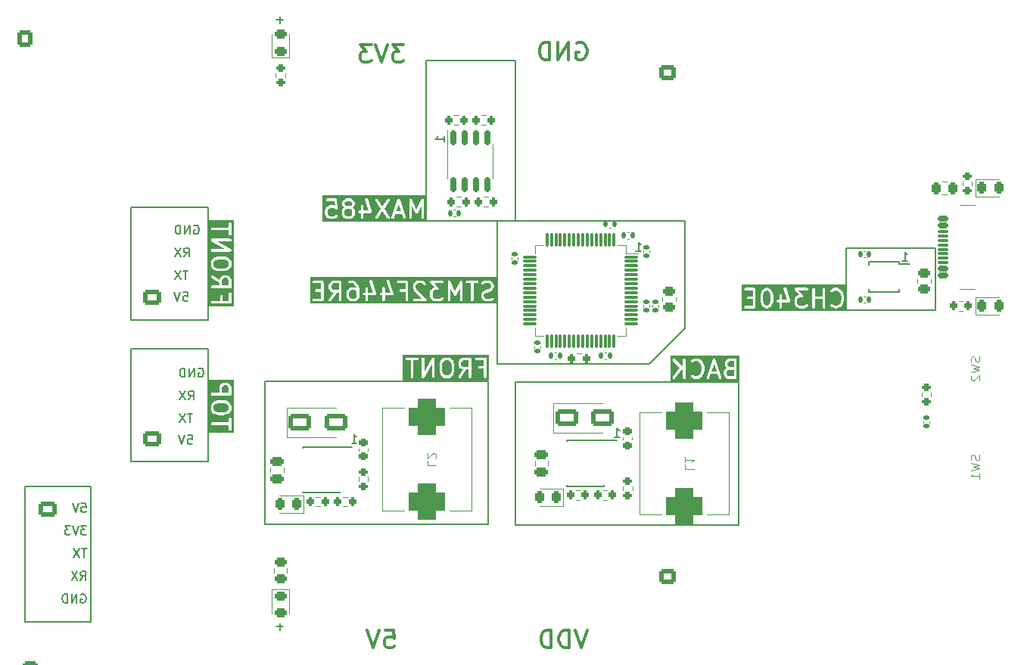
<source format=gbr>
%TF.GenerationSoftware,KiCad,Pcbnew,7.0.9*%
%TF.CreationDate,2025-01-29T15:25:45+09:00*%
%TF.ProjectId,01-MAIN,30312d4d-4149-44e2-9e6b-696361645f70,rev?*%
%TF.SameCoordinates,Original*%
%TF.FileFunction,Legend,Bot*%
%TF.FilePolarity,Positive*%
%FSLAX46Y46*%
G04 Gerber Fmt 4.6, Leading zero omitted, Abs format (unit mm)*
G04 Created by KiCad (PCBNEW 7.0.9) date 2025-01-29 15:25:45*
%MOMM*%
%LPD*%
G01*
G04 APERTURE LIST*
G04 Aperture macros list*
%AMRoundRect*
0 Rectangle with rounded corners*
0 $1 Rounding radius*
0 $2 $3 $4 $5 $6 $7 $8 $9 X,Y pos of 4 corners*
0 Add a 4 corners polygon primitive as box body*
4,1,4,$2,$3,$4,$5,$6,$7,$8,$9,$2,$3,0*
0 Add four circle primitives for the rounded corners*
1,1,$1+$1,$2,$3*
1,1,$1+$1,$4,$5*
1,1,$1+$1,$6,$7*
1,1,$1+$1,$8,$9*
0 Add four rect primitives between the rounded corners*
20,1,$1+$1,$2,$3,$4,$5,0*
20,1,$1+$1,$4,$5,$6,$7,0*
20,1,$1+$1,$6,$7,$8,$9,0*
20,1,$1+$1,$8,$9,$2,$3,0*%
G04 Aperture macros list end*
%ADD10C,0.150000*%
%ADD11C,0.300000*%
%ADD12C,0.100000*%
%ADD13C,0.120000*%
%ADD14RoundRect,0.250000X0.725000X-0.600000X0.725000X0.600000X-0.725000X0.600000X-0.725000X-0.600000X0*%
%ADD15O,1.950000X1.700000*%
%ADD16C,0.800000*%
%ADD17C,6.400000*%
%ADD18RoundRect,0.250000X-0.725000X0.600000X-0.725000X-0.600000X0.725000X-0.600000X0.725000X0.600000X0*%
%ADD19RoundRect,0.250000X-0.675000X0.600000X-0.675000X-0.600000X0.675000X-0.600000X0.675000X0.600000X0*%
%ADD20O,1.850000X1.700000*%
%ADD21R,1.050000X1.500000*%
%ADD22O,1.050000X1.500000*%
%ADD23C,3.200000*%
%ADD24RoundRect,0.250000X-0.600000X-0.675000X0.600000X-0.675000X0.600000X0.675000X-0.600000X0.675000X0*%
%ADD25O,1.700000X1.850000*%
%ADD26R,1.600000X1.600000*%
%ADD27C,1.600000*%
%ADD28C,1.524000*%
%ADD29R,2.000000X2.000000*%
%ADD30C,2.000000*%
%ADD31RoundRect,0.243750X-0.456250X0.243750X-0.456250X-0.243750X0.456250X-0.243750X0.456250X0.243750X0*%
%ADD32RoundRect,0.140000X0.140000X0.170000X-0.140000X0.170000X-0.140000X-0.170000X0.140000X-0.170000X0*%
%ADD33R,1.550000X0.600000*%
%ADD34R,2.600000X3.100000*%
%ADD35RoundRect,0.140000X-0.170000X0.140000X-0.170000X-0.140000X0.170000X-0.140000X0.170000X0.140000X0*%
%ADD36RoundRect,0.243750X0.243750X0.456250X-0.243750X0.456250X-0.243750X-0.456250X0.243750X-0.456250X0*%
%ADD37RoundRect,0.225000X0.250000X-0.225000X0.250000X0.225000X-0.250000X0.225000X-0.250000X-0.225000X0*%
%ADD38RoundRect,0.243750X-0.243750X-0.456250X0.243750X-0.456250X0.243750X0.456250X-0.243750X0.456250X0*%
%ADD39RoundRect,0.250000X0.450000X-0.262500X0.450000X0.262500X-0.450000X0.262500X-0.450000X-0.262500X0*%
%ADD40R,1.400000X0.300000*%
%ADD41RoundRect,0.200000X-0.200000X-0.275000X0.200000X-0.275000X0.200000X0.275000X-0.200000X0.275000X0*%
%ADD42RoundRect,0.250000X0.262500X0.450000X-0.262500X0.450000X-0.262500X-0.450000X0.262500X-0.450000X0*%
%ADD43RoundRect,0.200000X0.275000X-0.200000X0.275000X0.200000X-0.275000X0.200000X-0.275000X-0.200000X0*%
%ADD44C,2.200000*%
%ADD45RoundRect,0.200000X-0.275000X0.200000X-0.275000X-0.200000X0.275000X-0.200000X0.275000X0.200000X0*%
%ADD46RoundRect,1.025000X1.025000X-1.025000X1.025000X1.025000X-1.025000X1.025000X-1.025000X-1.025000X0*%
%ADD47O,1.800000X1.000000*%
%ADD48O,2.100000X1.000000*%
%ADD49RoundRect,0.150000X-0.425000X0.150000X-0.425000X-0.150000X0.425000X-0.150000X0.425000X0.150000X0*%
%ADD50RoundRect,0.075000X-0.500000X0.075000X-0.500000X-0.075000X0.500000X-0.075000X0.500000X0.075000X0*%
%ADD51RoundRect,0.200000X0.200000X0.275000X-0.200000X0.275000X-0.200000X-0.275000X0.200000X-0.275000X0*%
%ADD52RoundRect,0.075000X0.700000X0.075000X-0.700000X0.075000X-0.700000X-0.075000X0.700000X-0.075000X0*%
%ADD53RoundRect,0.075000X0.075000X0.700000X-0.075000X0.700000X-0.075000X-0.700000X0.075000X-0.700000X0*%
%ADD54RoundRect,0.140000X-0.140000X-0.170000X0.140000X-0.170000X0.140000X0.170000X-0.140000X0.170000X0*%
%ADD55RoundRect,0.250000X-0.475000X0.250000X-0.475000X-0.250000X0.475000X-0.250000X0.475000X0.250000X0*%
%ADD56RoundRect,0.150000X-0.150000X0.675000X-0.150000X-0.675000X0.150000X-0.675000X0.150000X0.675000X0*%
%ADD57RoundRect,0.250000X-0.450000X0.262500X-0.450000X-0.262500X0.450000X-0.262500X0.450000X0.262500X0*%
%ADD58RoundRect,0.140000X0.170000X-0.140000X0.170000X0.140000X-0.170000X0.140000X-0.170000X-0.140000X0*%
%ADD59RoundRect,0.250000X-1.000000X-0.650000X1.000000X-0.650000X1.000000X0.650000X-1.000000X0.650000X0*%
%ADD60RoundRect,0.243750X0.456250X-0.243750X0.456250X0.243750X-0.456250X0.243750X-0.456250X-0.243750X0*%
G04 APERTURE END LIST*
D10*
X135000000Y-68000000D02*
X145000000Y-68000000D01*
X145000000Y-86000000D01*
X135000000Y-86000000D01*
X135000000Y-68000000D01*
X117000000Y-103900000D02*
X142000000Y-103900000D01*
X142000000Y-119900000D01*
X117000000Y-119900000D01*
X117000000Y-103900000D01*
X145000000Y-104000000D02*
X170000000Y-104000000D01*
X170000000Y-120000000D01*
X145000000Y-120000000D01*
X145000000Y-104000000D01*
X90172000Y-115700000D02*
X97536000Y-115700000D01*
X97536000Y-130810000D01*
X90172000Y-130810000D01*
X90172000Y-115700000D01*
X101990786Y-100313000D02*
X110682786Y-100313000D01*
X110682786Y-112923000D01*
X101990786Y-112923000D01*
X101990786Y-100313000D01*
X101992786Y-84428000D02*
X110684786Y-84428000D01*
X110684786Y-97038000D01*
X101992786Y-97038000D01*
X101992786Y-84428000D01*
X182000000Y-89000000D02*
X192000000Y-89000000D01*
X192000000Y-96000000D01*
X182000000Y-96000000D01*
X182000000Y-89000000D01*
X164000000Y-98000000D02*
X160000000Y-102000000D01*
X143000000Y-102000000D01*
X143000000Y-86000000D01*
X164000000Y-86000000D01*
X164000000Y-98000000D01*
D11*
X153034666Y-131751638D02*
X152368000Y-133751638D01*
X152368000Y-133751638D02*
X151701333Y-131751638D01*
X151034666Y-133751638D02*
X151034666Y-131751638D01*
X151034666Y-131751638D02*
X150558476Y-131751638D01*
X150558476Y-131751638D02*
X150272761Y-131846876D01*
X150272761Y-131846876D02*
X150082285Y-132037352D01*
X150082285Y-132037352D02*
X149987047Y-132227828D01*
X149987047Y-132227828D02*
X149891809Y-132608780D01*
X149891809Y-132608780D02*
X149891809Y-132894495D01*
X149891809Y-132894495D02*
X149987047Y-133275447D01*
X149987047Y-133275447D02*
X150082285Y-133465923D01*
X150082285Y-133465923D02*
X150272761Y-133656400D01*
X150272761Y-133656400D02*
X150558476Y-133751638D01*
X150558476Y-133751638D02*
X151034666Y-133751638D01*
X149034666Y-133751638D02*
X149034666Y-131751638D01*
X149034666Y-131751638D02*
X148558476Y-131751638D01*
X148558476Y-131751638D02*
X148272761Y-131846876D01*
X148272761Y-131846876D02*
X148082285Y-132037352D01*
X148082285Y-132037352D02*
X147987047Y-132227828D01*
X147987047Y-132227828D02*
X147891809Y-132608780D01*
X147891809Y-132608780D02*
X147891809Y-132894495D01*
X147891809Y-132894495D02*
X147987047Y-133275447D01*
X147987047Y-133275447D02*
X148082285Y-133465923D01*
X148082285Y-133465923D02*
X148272761Y-133656400D01*
X148272761Y-133656400D02*
X148558476Y-133751638D01*
X148558476Y-133751638D02*
X149034666Y-133751638D01*
D10*
X96421411Y-127772438D02*
X96516649Y-127724819D01*
X96516649Y-127724819D02*
X96659506Y-127724819D01*
X96659506Y-127724819D02*
X96802363Y-127772438D01*
X96802363Y-127772438D02*
X96897601Y-127867676D01*
X96897601Y-127867676D02*
X96945220Y-127962914D01*
X96945220Y-127962914D02*
X96992839Y-128153390D01*
X96992839Y-128153390D02*
X96992839Y-128296247D01*
X96992839Y-128296247D02*
X96945220Y-128486723D01*
X96945220Y-128486723D02*
X96897601Y-128581961D01*
X96897601Y-128581961D02*
X96802363Y-128677200D01*
X96802363Y-128677200D02*
X96659506Y-128724819D01*
X96659506Y-128724819D02*
X96564268Y-128724819D01*
X96564268Y-128724819D02*
X96421411Y-128677200D01*
X96421411Y-128677200D02*
X96373792Y-128629580D01*
X96373792Y-128629580D02*
X96373792Y-128296247D01*
X96373792Y-128296247D02*
X96564268Y-128296247D01*
X95945220Y-128724819D02*
X95945220Y-127724819D01*
X95945220Y-127724819D02*
X95373792Y-128724819D01*
X95373792Y-128724819D02*
X95373792Y-127724819D01*
X94897601Y-128724819D02*
X94897601Y-127724819D01*
X94897601Y-127724819D02*
X94659506Y-127724819D01*
X94659506Y-127724819D02*
X94516649Y-127772438D01*
X94516649Y-127772438D02*
X94421411Y-127867676D01*
X94421411Y-127867676D02*
X94373792Y-127962914D01*
X94373792Y-127962914D02*
X94326173Y-128153390D01*
X94326173Y-128153390D02*
X94326173Y-128296247D01*
X94326173Y-128296247D02*
X94373792Y-128486723D01*
X94373792Y-128486723D02*
X94421411Y-128581961D01*
X94421411Y-128581961D02*
X94516649Y-128677200D01*
X94516649Y-128677200D02*
X94659506Y-128724819D01*
X94659506Y-128724819D02*
X94897601Y-128724819D01*
X188314285Y-90454819D02*
X188885713Y-90454819D01*
X188599999Y-90454819D02*
X188599999Y-89454819D01*
X188599999Y-89454819D02*
X188695237Y-89597676D01*
X188695237Y-89597676D02*
X188790475Y-89692914D01*
X188790475Y-89692914D02*
X188885713Y-89740533D01*
X108381922Y-109944819D02*
X108858112Y-109944819D01*
X108858112Y-109944819D02*
X108905731Y-110421009D01*
X108905731Y-110421009D02*
X108858112Y-110373390D01*
X108858112Y-110373390D02*
X108762874Y-110325771D01*
X108762874Y-110325771D02*
X108524779Y-110325771D01*
X108524779Y-110325771D02*
X108429541Y-110373390D01*
X108429541Y-110373390D02*
X108381922Y-110421009D01*
X108381922Y-110421009D02*
X108334303Y-110516247D01*
X108334303Y-110516247D02*
X108334303Y-110754342D01*
X108334303Y-110754342D02*
X108381922Y-110849580D01*
X108381922Y-110849580D02*
X108429541Y-110897200D01*
X108429541Y-110897200D02*
X108524779Y-110944819D01*
X108524779Y-110944819D02*
X108762874Y-110944819D01*
X108762874Y-110944819D02*
X108858112Y-110897200D01*
X108858112Y-110897200D02*
X108905731Y-110849580D01*
X108048588Y-109944819D02*
X107715255Y-110944819D01*
X107715255Y-110944819D02*
X107381922Y-109944819D01*
X108429541Y-105991819D02*
X108762874Y-105515628D01*
X109000969Y-105991819D02*
X109000969Y-104991819D01*
X109000969Y-104991819D02*
X108620017Y-104991819D01*
X108620017Y-104991819D02*
X108524779Y-105039438D01*
X108524779Y-105039438D02*
X108477160Y-105087057D01*
X108477160Y-105087057D02*
X108429541Y-105182295D01*
X108429541Y-105182295D02*
X108429541Y-105325152D01*
X108429541Y-105325152D02*
X108477160Y-105420390D01*
X108477160Y-105420390D02*
X108524779Y-105468009D01*
X108524779Y-105468009D02*
X108620017Y-105515628D01*
X108620017Y-105515628D02*
X109000969Y-105515628D01*
X108096207Y-104991819D02*
X107429541Y-105991819D01*
X107429541Y-104991819D02*
X108096207Y-105991819D01*
D11*
G36*
X112825031Y-92426360D02*
G01*
X112885845Y-92487174D01*
X112954361Y-92624206D01*
X112954361Y-93200701D01*
X112206742Y-93200701D01*
X112206742Y-92624206D01*
X112275257Y-92487174D01*
X112336072Y-92426360D01*
X112473105Y-92357844D01*
X112687999Y-92357844D01*
X112825031Y-92426360D01*
G37*
G36*
X112741959Y-90343288D02*
G01*
X112885845Y-90487174D01*
X112954361Y-90624206D01*
X112954361Y-90934339D01*
X112885845Y-91071371D01*
X112741959Y-91215256D01*
X112419231Y-91295939D01*
X111789492Y-91295939D01*
X111466764Y-91215257D01*
X111322878Y-91071371D01*
X111254361Y-90934337D01*
X111254361Y-90624207D01*
X111322878Y-90487173D01*
X111466764Y-90343288D01*
X111789492Y-90262606D01*
X112419231Y-90262606D01*
X112741959Y-90343288D01*
G37*
G36*
X113540075Y-95500701D02*
G01*
X110668647Y-95500701D01*
X110668647Y-95064987D01*
X110954361Y-95064987D01*
X110974457Y-95139987D01*
X111029361Y-95194891D01*
X111104361Y-95214987D01*
X112151980Y-95214987D01*
X113104361Y-95214987D01*
X113179361Y-95194891D01*
X113234265Y-95139987D01*
X113254361Y-95064987D01*
X113254361Y-94112606D01*
X113234265Y-94037606D01*
X113179361Y-93982702D01*
X113104361Y-93962606D01*
X113029361Y-93982702D01*
X112974457Y-94037606D01*
X112954361Y-94112606D01*
X112954361Y-94914987D01*
X112301980Y-94914987D01*
X112301980Y-94398320D01*
X112281884Y-94323320D01*
X112226980Y-94268416D01*
X112151980Y-94248320D01*
X112076980Y-94268416D01*
X112022076Y-94323320D01*
X112001980Y-94398320D01*
X112001980Y-94914987D01*
X111104361Y-94914987D01*
X111029361Y-94935083D01*
X110974457Y-94989987D01*
X110954361Y-95064987D01*
X110668647Y-95064987D01*
X110668647Y-93350701D01*
X110954361Y-93350701D01*
X110974457Y-93425701D01*
X111029361Y-93480605D01*
X111104361Y-93500701D01*
X112056742Y-93500701D01*
X113104361Y-93500701D01*
X113179361Y-93480605D01*
X113234265Y-93425701D01*
X113254361Y-93350701D01*
X113254361Y-92588796D01*
X113245437Y-92555492D01*
X113238525Y-92521714D01*
X113143287Y-92331238D01*
X113127263Y-92313168D01*
X113115189Y-92292254D01*
X113019951Y-92197016D01*
X112999035Y-92184940D01*
X112980967Y-92168918D01*
X112790491Y-92073680D01*
X112756710Y-92066767D01*
X112723409Y-92057844D01*
X112437695Y-92057844D01*
X112404391Y-92066767D01*
X112370613Y-92073680D01*
X112180137Y-92168918D01*
X112162068Y-92184939D01*
X112141154Y-92197015D01*
X112045915Y-92292253D01*
X112033838Y-92313169D01*
X112017816Y-92331238D01*
X111922578Y-92521714D01*
X111915665Y-92555494D01*
X111907279Y-92586789D01*
X111190380Y-92084959D01*
X111117414Y-92058413D01*
X111040949Y-92071907D01*
X110981476Y-92121825D01*
X110954930Y-92194791D01*
X110968424Y-92271256D01*
X111018342Y-92330729D01*
X111906742Y-92952609D01*
X111906742Y-93200701D01*
X111104361Y-93200701D01*
X111029361Y-93220797D01*
X110974457Y-93275701D01*
X110954361Y-93350701D01*
X110668647Y-93350701D01*
X110668647Y-90969749D01*
X110954361Y-90969749D01*
X110963283Y-91003049D01*
X110970197Y-91036832D01*
X111065436Y-91227308D01*
X111081459Y-91245377D01*
X111093534Y-91266291D01*
X111284010Y-91456767D01*
X111285138Y-91457418D01*
X111285809Y-91458536D01*
X111318669Y-91476777D01*
X111351253Y-91495590D01*
X111352558Y-91495590D01*
X111353696Y-91496222D01*
X111734647Y-91591460D01*
X111753150Y-91591148D01*
X111771028Y-91595939D01*
X112437695Y-91595939D01*
X112455571Y-91591148D01*
X112474075Y-91591460D01*
X112855027Y-91496222D01*
X112856165Y-91495590D01*
X112857470Y-91495590D01*
X112890053Y-91476777D01*
X112922914Y-91458536D01*
X112923584Y-91457418D01*
X112924713Y-91456767D01*
X113115189Y-91266291D01*
X113127263Y-91245376D01*
X113143287Y-91227307D01*
X113238525Y-91036831D01*
X113245437Y-91003052D01*
X113254361Y-90969749D01*
X113254361Y-90588796D01*
X113245437Y-90555492D01*
X113238525Y-90521714D01*
X113143287Y-90331238D01*
X113127263Y-90313168D01*
X113115189Y-90292254D01*
X112924713Y-90101778D01*
X112923584Y-90101126D01*
X112922914Y-90100009D01*
X112890053Y-90081767D01*
X112857470Y-90062955D01*
X112856165Y-90062955D01*
X112855027Y-90062323D01*
X112474075Y-89967085D01*
X112455571Y-89967396D01*
X112437695Y-89962606D01*
X111771028Y-89962606D01*
X111753150Y-89967396D01*
X111734647Y-89967085D01*
X111353696Y-90062323D01*
X111352558Y-90062955D01*
X111351253Y-90062955D01*
X111318669Y-90081767D01*
X111285809Y-90100009D01*
X111285138Y-90101126D01*
X111284010Y-90101778D01*
X111093534Y-90292254D01*
X111081459Y-90313167D01*
X111065436Y-90331237D01*
X110970197Y-90521713D01*
X110963283Y-90555495D01*
X110954361Y-90588796D01*
X110954361Y-90969749D01*
X110668647Y-90969749D01*
X110668647Y-89255463D01*
X110954361Y-89255463D01*
X110974457Y-89330463D01*
X111029361Y-89385367D01*
X111104361Y-89405463D01*
X113104361Y-89405463D01*
X113104693Y-89405373D01*
X113105029Y-89405462D01*
X113142260Y-89395307D01*
X113179361Y-89385367D01*
X113179604Y-89385123D01*
X113179939Y-89385032D01*
X113207044Y-89357683D01*
X113234265Y-89330463D01*
X113234354Y-89330128D01*
X113234597Y-89329884D01*
X113244391Y-89292668D01*
X113254361Y-89255463D01*
X113254271Y-89255130D01*
X113254360Y-89254795D01*
X113244205Y-89217563D01*
X113234265Y-89180463D01*
X113234021Y-89180219D01*
X113233930Y-89179885D01*
X113206525Y-89152723D01*
X113179361Y-89125559D01*
X113179027Y-89125469D01*
X113178782Y-89125226D01*
X111669195Y-88262606D01*
X113104361Y-88262606D01*
X113179361Y-88242510D01*
X113234265Y-88187606D01*
X113254361Y-88112606D01*
X113234265Y-88037606D01*
X113179361Y-87982702D01*
X113104361Y-87962606D01*
X111104361Y-87962606D01*
X111104028Y-87962695D01*
X111103693Y-87962607D01*
X111066461Y-87972761D01*
X111029361Y-87982702D01*
X111029117Y-87982945D01*
X111028783Y-87983037D01*
X111001677Y-88010385D01*
X110974457Y-88037606D01*
X110974367Y-88037940D01*
X110974125Y-88038185D01*
X110964330Y-88075400D01*
X110954361Y-88112606D01*
X110954450Y-88112938D01*
X110954362Y-88113274D01*
X110964516Y-88150505D01*
X110974457Y-88187606D01*
X110974700Y-88187849D01*
X110974792Y-88188184D01*
X111002140Y-88215289D01*
X111029361Y-88242510D01*
X111029695Y-88242599D01*
X111029940Y-88242842D01*
X112539527Y-89105463D01*
X111104361Y-89105463D01*
X111029361Y-89125559D01*
X110974457Y-89180463D01*
X110954361Y-89255463D01*
X110668647Y-89255463D01*
X110668647Y-86874511D01*
X110954361Y-86874511D01*
X110974457Y-86949511D01*
X111029361Y-87004415D01*
X111104361Y-87024511D01*
X112954361Y-87024511D01*
X112954361Y-87445939D01*
X112974457Y-87520939D01*
X113029361Y-87575843D01*
X113104361Y-87595939D01*
X113179361Y-87575843D01*
X113234265Y-87520939D01*
X113254361Y-87445939D01*
X113254361Y-86303082D01*
X113234265Y-86228082D01*
X113179361Y-86173178D01*
X113104361Y-86153082D01*
X113029361Y-86173178D01*
X112974457Y-86228082D01*
X112954361Y-86303082D01*
X112954361Y-86724511D01*
X111104361Y-86724511D01*
X111029361Y-86744607D01*
X110974457Y-86799511D01*
X110954361Y-86874511D01*
X110668647Y-86874511D01*
X110668647Y-85867368D01*
X113540075Y-85867368D01*
X113540075Y-95500701D01*
G37*
G36*
X169485463Y-103359638D02*
G01*
X168908968Y-103359638D01*
X168771936Y-103291122D01*
X168711122Y-103230307D01*
X168642606Y-103093275D01*
X168642606Y-102878381D01*
X168711122Y-102741349D01*
X168764110Y-102688361D01*
X168993136Y-102612019D01*
X169485463Y-102612019D01*
X169485463Y-103359638D01*
G37*
G36*
X169485463Y-102312019D02*
G01*
X169004207Y-102312019D01*
X168867173Y-102243501D01*
X168806360Y-102182688D01*
X168737844Y-102045656D01*
X168737844Y-101926000D01*
X168806360Y-101788968D01*
X168867174Y-101728154D01*
X169004206Y-101659638D01*
X169485463Y-101659638D01*
X169485463Y-102312019D01*
G37*
G36*
X167522587Y-102788209D02*
G01*
X166986434Y-102788209D01*
X167254510Y-101983979D01*
X167522587Y-102788209D01*
G37*
G36*
X170071177Y-103945352D02*
G01*
X162343683Y-103945352D01*
X162343683Y-103491696D01*
X162629397Y-103491696D01*
X162640378Y-103568561D01*
X162688320Y-103629638D01*
X162760378Y-103658561D01*
X162837243Y-103647580D01*
X162898320Y-103599638D01*
X163651691Y-102595141D01*
X163771177Y-102714627D01*
X163771177Y-103509638D01*
X163791273Y-103584638D01*
X163846177Y-103639542D01*
X163921177Y-103659638D01*
X163996177Y-103639542D01*
X164051081Y-103584638D01*
X164071177Y-103509638D01*
X164071177Y-103357983D01*
X164633431Y-103357983D01*
X164672253Y-103425226D01*
X164767492Y-103520466D01*
X164797354Y-103537707D01*
X164826124Y-103556702D01*
X165111838Y-103651940D01*
X165135943Y-103653387D01*
X165159272Y-103659638D01*
X165349748Y-103659638D01*
X165373073Y-103653388D01*
X165397182Y-103651941D01*
X165682897Y-103556703D01*
X165708632Y-103539710D01*
X166440889Y-103539710D01*
X166475613Y-103609159D01*
X166540410Y-103651940D01*
X166617916Y-103656593D01*
X166687365Y-103621869D01*
X166730146Y-103557072D01*
X166886434Y-103088209D01*
X167622587Y-103088209D01*
X167778875Y-103557072D01*
X167821656Y-103621869D01*
X167891105Y-103656593D01*
X167968611Y-103651941D01*
X168033408Y-103609159D01*
X168068132Y-103539710D01*
X168063480Y-103462204D01*
X167952307Y-103128685D01*
X168342606Y-103128685D01*
X168351529Y-103161986D01*
X168358442Y-103195767D01*
X168453680Y-103386243D01*
X168469702Y-103404311D01*
X168481777Y-103425226D01*
X168577016Y-103520466D01*
X168597930Y-103532540D01*
X168616000Y-103548564D01*
X168806476Y-103643802D01*
X168840254Y-103650714D01*
X168873558Y-103659638D01*
X169635463Y-103659638D01*
X169710463Y-103639542D01*
X169765367Y-103584638D01*
X169785463Y-103509638D01*
X169785463Y-101509638D01*
X169765367Y-101434638D01*
X169710463Y-101379734D01*
X169635463Y-101359638D01*
X168968796Y-101359638D01*
X168935492Y-101368561D01*
X168901714Y-101375474D01*
X168711238Y-101470712D01*
X168693168Y-101486735D01*
X168672254Y-101498810D01*
X168577016Y-101594048D01*
X168564940Y-101614963D01*
X168548918Y-101633032D01*
X168453680Y-101823508D01*
X168446767Y-101857288D01*
X168437844Y-101890590D01*
X168437844Y-102081066D01*
X168446767Y-102114367D01*
X168453680Y-102148148D01*
X168548918Y-102338624D01*
X168564940Y-102356692D01*
X168577016Y-102377608D01*
X168622827Y-102423419D01*
X168606878Y-102433949D01*
X168577016Y-102451191D01*
X168481778Y-102546429D01*
X168469702Y-102567344D01*
X168453680Y-102585413D01*
X168358442Y-102775889D01*
X168351529Y-102809669D01*
X168342606Y-102842971D01*
X168342606Y-103128685D01*
X167952307Y-103128685D01*
X167396814Y-101462204D01*
X167380212Y-101437059D01*
X167366741Y-101410118D01*
X167359087Y-101405064D01*
X167354032Y-101397408D01*
X167327081Y-101383932D01*
X167301945Y-101367336D01*
X167292789Y-101366786D01*
X167284583Y-101362683D01*
X167254507Y-101364488D01*
X167224439Y-101362683D01*
X167216234Y-101366785D01*
X167207077Y-101367335D01*
X167181934Y-101383935D01*
X167154990Y-101397408D01*
X167149935Y-101405062D01*
X167142281Y-101410117D01*
X167128808Y-101437061D01*
X167112208Y-101462204D01*
X166445542Y-103462204D01*
X166440889Y-103539710D01*
X165708632Y-103539710D01*
X165711672Y-103537703D01*
X165741529Y-103520466D01*
X165932005Y-103329989D01*
X165944079Y-103309074D01*
X165960103Y-103291005D01*
X166055341Y-103100529D01*
X166058661Y-103084304D01*
X166066698Y-103069827D01*
X166161936Y-102688876D01*
X166161624Y-102670372D01*
X166166415Y-102652495D01*
X166166415Y-102366780D01*
X166161624Y-102348902D01*
X166161936Y-102330399D01*
X166066698Y-101949448D01*
X166058661Y-101934970D01*
X166055341Y-101918746D01*
X165960103Y-101728270D01*
X165944079Y-101710200D01*
X165932005Y-101689286D01*
X165741529Y-101498810D01*
X165711672Y-101481572D01*
X165682897Y-101462573D01*
X165397182Y-101367335D01*
X165373073Y-101365887D01*
X165349748Y-101359638D01*
X165159272Y-101359638D01*
X165135943Y-101365888D01*
X165111838Y-101367336D01*
X164826124Y-101462574D01*
X164797354Y-101481568D01*
X164767492Y-101498810D01*
X164672254Y-101594048D01*
X164633431Y-101661291D01*
X164633431Y-101738937D01*
X164672254Y-101806180D01*
X164739497Y-101845003D01*
X164817143Y-101845003D01*
X164884386Y-101806180D01*
X164954586Y-101735980D01*
X165183612Y-101659638D01*
X165325405Y-101659638D01*
X165554436Y-101735981D01*
X165702661Y-101884206D01*
X165779650Y-102038184D01*
X165866415Y-102385244D01*
X165866415Y-102634031D01*
X165779650Y-102981091D01*
X165702660Y-103135069D01*
X165554436Y-103283294D01*
X165325405Y-103359638D01*
X165183612Y-103359638D01*
X164954586Y-103283296D01*
X164884387Y-103213096D01*
X164817144Y-103174272D01*
X164739498Y-103174272D01*
X164672255Y-103213094D01*
X164633431Y-103280337D01*
X164633431Y-103357983D01*
X164071177Y-103357983D01*
X164071177Y-101509638D01*
X164051081Y-101434638D01*
X163996177Y-101379734D01*
X163921177Y-101359638D01*
X163846177Y-101379734D01*
X163791273Y-101434638D01*
X163771177Y-101509638D01*
X163771177Y-102290363D01*
X162884386Y-101403572D01*
X162817143Y-101364749D01*
X162739497Y-101364749D01*
X162672254Y-101403572D01*
X162633431Y-101470815D01*
X162633431Y-101548461D01*
X162672254Y-101615704D01*
X163437406Y-102380856D01*
X162658320Y-103419638D01*
X162629397Y-103491696D01*
X162343683Y-103491696D01*
X162343683Y-101073924D01*
X170071177Y-101073924D01*
X170071177Y-103945352D01*
G37*
G36*
X137656133Y-101628154D02*
G01*
X137800019Y-101772040D01*
X137880701Y-102094768D01*
X137880701Y-102724507D01*
X137800018Y-103047235D01*
X137656132Y-103191122D01*
X137519101Y-103259638D01*
X137208968Y-103259638D01*
X137071936Y-103191122D01*
X136928050Y-103047235D01*
X136847368Y-102724506D01*
X136847368Y-102094768D01*
X136928050Y-101772039D01*
X137071936Y-101628154D01*
X137208968Y-101559638D01*
X137519101Y-101559638D01*
X137656133Y-101628154D01*
G37*
G36*
X139785463Y-102307257D02*
G01*
X139208968Y-102307257D01*
X139071936Y-102238741D01*
X139011122Y-102177926D01*
X138942606Y-102040894D01*
X138942606Y-101826000D01*
X139011122Y-101688968D01*
X139071936Y-101628154D01*
X139208968Y-101559638D01*
X139785463Y-101559638D01*
X139785463Y-102307257D01*
G37*
G36*
X142085463Y-103845352D02*
G01*
X132452130Y-103845352D01*
X132452130Y-101409638D01*
X132737844Y-101409638D01*
X132757940Y-101484638D01*
X132812844Y-101539542D01*
X132887844Y-101559638D01*
X133309273Y-101559638D01*
X133309273Y-103409638D01*
X133329369Y-103484638D01*
X133384273Y-103539542D01*
X133459273Y-103559638D01*
X133534273Y-103539542D01*
X133589177Y-103484638D01*
X133609273Y-103409638D01*
X134547368Y-103409638D01*
X134547457Y-103409970D01*
X134547369Y-103410306D01*
X134557523Y-103447537D01*
X134567464Y-103484638D01*
X134567707Y-103484881D01*
X134567799Y-103485216D01*
X134595147Y-103512321D01*
X134622368Y-103539542D01*
X134622702Y-103539631D01*
X134622947Y-103539874D01*
X134660162Y-103549668D01*
X134697368Y-103559638D01*
X134697700Y-103559548D01*
X134698036Y-103559637D01*
X134735267Y-103549482D01*
X134772368Y-103539542D01*
X134772611Y-103539298D01*
X134772946Y-103539207D01*
X134800051Y-103511858D01*
X134827272Y-103484638D01*
X134827361Y-103484303D01*
X134827604Y-103484059D01*
X135690225Y-101974472D01*
X135690225Y-103409638D01*
X135710321Y-103484638D01*
X135765225Y-103539542D01*
X135840225Y-103559638D01*
X135915225Y-103539542D01*
X135970129Y-103484638D01*
X135990225Y-103409638D01*
X135990225Y-102742971D01*
X136547368Y-102742971D01*
X136552158Y-102760847D01*
X136551847Y-102779351D01*
X136647085Y-103160303D01*
X136647717Y-103161441D01*
X136647717Y-103162746D01*
X136666529Y-103195329D01*
X136684771Y-103228190D01*
X136685888Y-103228860D01*
X136686540Y-103229989D01*
X136877015Y-103420465D01*
X136897930Y-103432540D01*
X136916000Y-103448564D01*
X137106476Y-103543802D01*
X137140254Y-103550714D01*
X137173558Y-103559638D01*
X137554511Y-103559638D01*
X137587812Y-103550714D01*
X137621593Y-103543802D01*
X137812069Y-103448564D01*
X137830137Y-103432541D01*
X137851053Y-103420466D01*
X138041529Y-103229989D01*
X138042180Y-103228860D01*
X138043298Y-103228190D01*
X138061539Y-103195329D01*
X138080352Y-103162746D01*
X138080352Y-103161441D01*
X138080984Y-103160303D01*
X138176222Y-102779352D01*
X138175910Y-102760848D01*
X138180701Y-102742971D01*
X138180701Y-102076304D01*
X138642606Y-102076304D01*
X138651529Y-102109605D01*
X138658442Y-102143386D01*
X138753680Y-102333862D01*
X138769702Y-102351930D01*
X138781777Y-102372845D01*
X138877016Y-102468085D01*
X138897930Y-102480159D01*
X138916000Y-102496183D01*
X139106476Y-102591421D01*
X139140254Y-102598333D01*
X139171551Y-102606719D01*
X138669721Y-103323619D01*
X138643175Y-103396585D01*
X138656669Y-103473050D01*
X138706587Y-103532523D01*
X138779553Y-103559069D01*
X138856018Y-103545575D01*
X138915491Y-103495657D01*
X139537372Y-102607257D01*
X139785463Y-102607257D01*
X139785463Y-103409638D01*
X139805559Y-103484638D01*
X139860463Y-103539542D01*
X139935463Y-103559638D01*
X140010463Y-103539542D01*
X140065367Y-103484638D01*
X140085463Y-103409638D01*
X140085463Y-101409638D01*
X140547368Y-101409638D01*
X140567464Y-101484638D01*
X140622368Y-101539542D01*
X140697368Y-101559638D01*
X141499749Y-101559638D01*
X141499749Y-102212019D01*
X140983082Y-102212019D01*
X140908082Y-102232115D01*
X140853178Y-102287019D01*
X140833082Y-102362019D01*
X140853178Y-102437019D01*
X140908082Y-102491923D01*
X140983082Y-102512019D01*
X141499749Y-102512019D01*
X141499749Y-103409638D01*
X141519845Y-103484638D01*
X141574749Y-103539542D01*
X141649749Y-103559638D01*
X141724749Y-103539542D01*
X141779653Y-103484638D01*
X141799749Y-103409638D01*
X141799749Y-101409638D01*
X141779653Y-101334638D01*
X141724749Y-101279734D01*
X141649749Y-101259638D01*
X140697368Y-101259638D01*
X140622368Y-101279734D01*
X140567464Y-101334638D01*
X140547368Y-101409638D01*
X140085463Y-101409638D01*
X140065367Y-101334638D01*
X140010463Y-101279734D01*
X139935463Y-101259638D01*
X139173558Y-101259638D01*
X139140254Y-101268561D01*
X139106476Y-101275474D01*
X138916000Y-101370712D01*
X138897930Y-101386735D01*
X138877016Y-101398810D01*
X138781778Y-101494048D01*
X138769702Y-101514963D01*
X138753680Y-101533032D01*
X138658442Y-101723508D01*
X138651529Y-101757288D01*
X138642606Y-101790590D01*
X138642606Y-102076304D01*
X138180701Y-102076304D01*
X138175910Y-102058426D01*
X138176222Y-102039923D01*
X138080984Y-101658972D01*
X138080352Y-101657833D01*
X138080352Y-101656529D01*
X138061539Y-101623945D01*
X138043298Y-101591085D01*
X138042180Y-101590414D01*
X138041529Y-101589286D01*
X137851053Y-101398810D01*
X137830137Y-101386734D01*
X137812069Y-101370712D01*
X137621593Y-101275474D01*
X137587812Y-101268561D01*
X137554511Y-101259638D01*
X137173558Y-101259638D01*
X137140254Y-101268561D01*
X137106476Y-101275474D01*
X136916000Y-101370712D01*
X136897930Y-101386735D01*
X136877016Y-101398810D01*
X136686540Y-101589286D01*
X136685888Y-101590414D01*
X136684771Y-101591085D01*
X136666529Y-101623945D01*
X136647717Y-101656529D01*
X136647717Y-101657833D01*
X136647085Y-101658972D01*
X136551847Y-102039924D01*
X136552158Y-102058427D01*
X136547368Y-102076304D01*
X136547368Y-102742971D01*
X135990225Y-102742971D01*
X135990225Y-101409638D01*
X135990135Y-101409305D01*
X135990224Y-101408970D01*
X135980069Y-101371738D01*
X135970129Y-101334638D01*
X135969885Y-101334394D01*
X135969794Y-101334060D01*
X135942445Y-101306954D01*
X135915225Y-101279734D01*
X135914890Y-101279644D01*
X135914646Y-101279402D01*
X135877430Y-101269607D01*
X135840225Y-101259638D01*
X135839892Y-101259727D01*
X135839557Y-101259639D01*
X135802325Y-101269793D01*
X135765225Y-101279734D01*
X135764981Y-101279977D01*
X135764647Y-101280069D01*
X135737485Y-101307473D01*
X135710321Y-101334638D01*
X135710231Y-101334971D01*
X135709988Y-101335217D01*
X134847368Y-102844803D01*
X134847368Y-101409638D01*
X134827272Y-101334638D01*
X134772368Y-101279734D01*
X134697368Y-101259638D01*
X134622368Y-101279734D01*
X134567464Y-101334638D01*
X134547368Y-101409638D01*
X134547368Y-103409638D01*
X133609273Y-103409638D01*
X133609273Y-101559638D01*
X134030701Y-101559638D01*
X134105701Y-101539542D01*
X134160605Y-101484638D01*
X134180701Y-101409638D01*
X134160605Y-101334638D01*
X134105701Y-101279734D01*
X134030701Y-101259638D01*
X132887844Y-101259638D01*
X132812844Y-101279734D01*
X132757940Y-101334638D01*
X132737844Y-101409638D01*
X132452130Y-101409638D01*
X132452130Y-100973924D01*
X142085463Y-100973924D01*
X142085463Y-103845352D01*
G37*
D10*
X158514285Y-89354819D02*
X159085713Y-89354819D01*
X158799999Y-89354819D02*
X158799999Y-88354819D01*
X158799999Y-88354819D02*
X158895237Y-88497676D01*
X158895237Y-88497676D02*
X158990475Y-88592914D01*
X158990475Y-88592914D02*
X159085713Y-88640533D01*
X96373792Y-126184819D02*
X96707125Y-125708628D01*
X96945220Y-126184819D02*
X96945220Y-125184819D01*
X96945220Y-125184819D02*
X96564268Y-125184819D01*
X96564268Y-125184819D02*
X96469030Y-125232438D01*
X96469030Y-125232438D02*
X96421411Y-125280057D01*
X96421411Y-125280057D02*
X96373792Y-125375295D01*
X96373792Y-125375295D02*
X96373792Y-125518152D01*
X96373792Y-125518152D02*
X96421411Y-125613390D01*
X96421411Y-125613390D02*
X96469030Y-125661009D01*
X96469030Y-125661009D02*
X96564268Y-125708628D01*
X96564268Y-125708628D02*
X96945220Y-125708628D01*
X96040458Y-125184819D02*
X95373792Y-126184819D01*
X95373792Y-125184819D02*
X96040458Y-126184819D01*
X119063220Y-131388866D02*
X118301316Y-131388866D01*
X118682268Y-131769819D02*
X118682268Y-131007914D01*
D11*
G36*
X125280701Y-93707257D02*
G01*
X124704206Y-93707257D01*
X124567174Y-93638741D01*
X124506360Y-93577926D01*
X124437844Y-93440894D01*
X124437844Y-93226000D01*
X124506360Y-93088968D01*
X124567174Y-93028154D01*
X124704206Y-92959638D01*
X125280701Y-92959638D01*
X125280701Y-93707257D01*
G37*
G36*
X127151370Y-93790057D02*
G01*
X127212184Y-93850872D01*
X127280701Y-93987905D01*
X127280701Y-94393275D01*
X127212184Y-94530307D01*
X127151370Y-94591122D01*
X127014339Y-94659638D01*
X126704206Y-94659638D01*
X126567174Y-94591122D01*
X126506360Y-94530307D01*
X126437844Y-94393275D01*
X126437844Y-93987905D01*
X126506360Y-93850872D01*
X126567174Y-93790057D01*
X126704206Y-93721542D01*
X127014339Y-93721542D01*
X127151370Y-93790057D01*
G37*
G36*
X142914035Y-95245352D02*
G01*
X122042606Y-95245352D01*
X122042606Y-94809638D01*
X122328320Y-94809638D01*
X122348416Y-94884638D01*
X122403320Y-94939542D01*
X122478320Y-94959638D01*
X123430701Y-94959638D01*
X123505701Y-94939542D01*
X123560605Y-94884638D01*
X123580701Y-94809638D01*
X123580701Y-93476304D01*
X124137844Y-93476304D01*
X124146767Y-93509605D01*
X124153680Y-93543386D01*
X124248918Y-93733862D01*
X124264940Y-93751930D01*
X124277015Y-93772845D01*
X124372254Y-93868085D01*
X124393168Y-93880159D01*
X124411238Y-93896183D01*
X124601714Y-93991421D01*
X124635492Y-93998333D01*
X124666789Y-94006719D01*
X124164959Y-94723619D01*
X124138413Y-94796585D01*
X124151907Y-94873050D01*
X124201825Y-94932523D01*
X124274791Y-94959069D01*
X124351256Y-94945575D01*
X124410729Y-94895657D01*
X125032610Y-94007257D01*
X125280701Y-94007257D01*
X125280701Y-94809638D01*
X125300797Y-94884638D01*
X125355701Y-94939542D01*
X125430701Y-94959638D01*
X125505701Y-94939542D01*
X125560605Y-94884638D01*
X125580701Y-94809638D01*
X125580701Y-94428685D01*
X126137844Y-94428685D01*
X126146767Y-94461986D01*
X126153680Y-94495767D01*
X126248918Y-94686243D01*
X126264940Y-94704311D01*
X126277015Y-94725226D01*
X126372254Y-94820466D01*
X126393168Y-94832540D01*
X126411238Y-94848564D01*
X126601714Y-94943802D01*
X126635492Y-94950714D01*
X126668796Y-94959638D01*
X127049749Y-94959638D01*
X127083050Y-94950714D01*
X127116831Y-94943802D01*
X127307307Y-94848564D01*
X127325375Y-94832541D01*
X127346292Y-94820465D01*
X127441530Y-94725226D01*
X127453605Y-94704311D01*
X127469627Y-94686243D01*
X127564865Y-94495767D01*
X127571777Y-94461988D01*
X127580701Y-94428685D01*
X127580701Y-94142971D01*
X127947368Y-94142971D01*
X127967464Y-94217971D01*
X128022368Y-94272875D01*
X128097368Y-94292971D01*
X128233082Y-94292971D01*
X128233082Y-94809638D01*
X128253178Y-94884638D01*
X128308082Y-94939542D01*
X128383082Y-94959638D01*
X128458082Y-94939542D01*
X128512986Y-94884638D01*
X128533082Y-94809638D01*
X128533082Y-94292971D01*
X129335463Y-94292971D01*
X129358788Y-94286721D01*
X129382897Y-94285274D01*
X129395674Y-94276837D01*
X129410463Y-94272875D01*
X129427539Y-94255798D01*
X129447693Y-94242492D01*
X129454540Y-94228797D01*
X129465367Y-94217971D01*
X129471617Y-94194643D01*
X129482418Y-94173043D01*
X129481500Y-94157758D01*
X129485463Y-94142971D01*
X129852130Y-94142971D01*
X129872226Y-94217971D01*
X129927130Y-94272875D01*
X130002130Y-94292971D01*
X130137844Y-94292971D01*
X130137844Y-94809638D01*
X130157940Y-94884638D01*
X130212844Y-94939542D01*
X130287844Y-94959638D01*
X130362844Y-94939542D01*
X130417748Y-94884638D01*
X130437844Y-94809638D01*
X130437844Y-94292971D01*
X131240225Y-94292971D01*
X131263550Y-94286721D01*
X131287659Y-94285274D01*
X131300436Y-94276837D01*
X131315225Y-94272875D01*
X131332301Y-94255798D01*
X131352455Y-94242492D01*
X131359302Y-94228797D01*
X131370129Y-94217971D01*
X131376379Y-94194643D01*
X131387180Y-94173043D01*
X131386262Y-94157758D01*
X131390225Y-94142971D01*
X131383975Y-94119645D01*
X131382528Y-94095537D01*
X130953895Y-92809638D01*
X131756892Y-92809638D01*
X131776988Y-92884638D01*
X131831892Y-92939542D01*
X131906892Y-92959638D01*
X132709273Y-92959638D01*
X132709273Y-93612019D01*
X132192606Y-93612019D01*
X132117606Y-93632115D01*
X132062702Y-93687019D01*
X132042606Y-93762019D01*
X132062702Y-93837019D01*
X132117606Y-93891923D01*
X132192606Y-93912019D01*
X132709273Y-93912019D01*
X132709273Y-94809638D01*
X132729369Y-94884638D01*
X132784273Y-94939542D01*
X132859273Y-94959638D01*
X132934273Y-94939542D01*
X132989177Y-94884638D01*
X133009273Y-94809638D01*
X133566416Y-94809638D01*
X133586512Y-94884638D01*
X133641416Y-94939542D01*
X133716416Y-94959638D01*
X134954511Y-94959638D01*
X134973586Y-94954527D01*
X134993334Y-94954527D01*
X135010436Y-94944653D01*
X135029511Y-94939542D01*
X135043475Y-94925577D01*
X135060577Y-94915704D01*
X135070450Y-94898602D01*
X135084415Y-94884638D01*
X135089526Y-94865563D01*
X135099400Y-94848461D01*
X135099400Y-94828712D01*
X135104511Y-94809638D01*
X135099400Y-94790563D01*
X135099400Y-94770815D01*
X135089526Y-94753712D01*
X135084415Y-94734638D01*
X135070450Y-94720673D01*
X135060577Y-94703572D01*
X134785690Y-94428685D01*
X135471178Y-94428685D01*
X135480101Y-94461986D01*
X135487014Y-94495767D01*
X135582252Y-94686243D01*
X135598274Y-94704311D01*
X135610349Y-94725226D01*
X135705588Y-94820466D01*
X135726502Y-94832540D01*
X135744572Y-94848564D01*
X135935048Y-94943802D01*
X135968826Y-94950714D01*
X136002130Y-94959638D01*
X136573559Y-94959638D01*
X136606860Y-94950714D01*
X136640641Y-94943802D01*
X136831117Y-94848564D01*
X136849185Y-94832541D01*
X136870102Y-94820465D01*
X136880929Y-94809638D01*
X137471178Y-94809638D01*
X137491274Y-94884638D01*
X137546178Y-94939542D01*
X137621178Y-94959638D01*
X137696178Y-94939542D01*
X137751082Y-94884638D01*
X137771178Y-94809638D01*
X137771178Y-93485772D01*
X138151916Y-94301641D01*
X138160424Y-94311775D01*
X138164946Y-94324209D01*
X138185001Y-94341047D01*
X138201843Y-94361107D01*
X138214278Y-94365629D01*
X138224411Y-94374136D01*
X138250200Y-94378691D01*
X138274815Y-94387642D01*
X138287844Y-94385340D01*
X138300873Y-94387642D01*
X138325486Y-94378691D01*
X138351277Y-94374136D01*
X138361409Y-94365628D01*
X138373844Y-94361107D01*
X138390684Y-94341049D01*
X138410742Y-94324209D01*
X138415263Y-94311774D01*
X138423771Y-94301642D01*
X138804511Y-93485772D01*
X138804511Y-94809638D01*
X138824607Y-94884638D01*
X138879511Y-94939542D01*
X138954511Y-94959638D01*
X139029511Y-94939542D01*
X139084415Y-94884638D01*
X139104511Y-94809638D01*
X139104511Y-92809638D01*
X139471178Y-92809638D01*
X139491274Y-92884638D01*
X139546178Y-92939542D01*
X139621178Y-92959638D01*
X140042607Y-92959638D01*
X140042607Y-94809638D01*
X140062703Y-94884638D01*
X140117607Y-94939542D01*
X140192607Y-94959638D01*
X140267607Y-94939542D01*
X140322511Y-94884638D01*
X140342607Y-94809638D01*
X140342607Y-94428685D01*
X141185464Y-94428685D01*
X141194387Y-94461986D01*
X141201300Y-94495767D01*
X141296538Y-94686243D01*
X141312560Y-94704311D01*
X141324635Y-94725226D01*
X141419874Y-94820466D01*
X141440788Y-94832540D01*
X141458858Y-94848564D01*
X141649334Y-94943802D01*
X141683112Y-94950714D01*
X141716416Y-94959638D01*
X142192607Y-94959638D01*
X142215935Y-94953387D01*
X142240041Y-94951940D01*
X142525755Y-94856702D01*
X142590551Y-94813921D01*
X142625276Y-94744472D01*
X142620623Y-94666966D01*
X142577842Y-94602170D01*
X142508393Y-94567445D01*
X142430887Y-94572098D01*
X142168267Y-94659638D01*
X141751826Y-94659638D01*
X141614794Y-94591122D01*
X141553980Y-94530307D01*
X141485464Y-94393275D01*
X141485464Y-94273619D01*
X141553980Y-94136587D01*
X141614794Y-94075773D01*
X141768771Y-93998784D01*
X142133749Y-93907540D01*
X142148225Y-93899503D01*
X142164452Y-93896183D01*
X142354928Y-93800944D01*
X142372997Y-93784920D01*
X142393911Y-93772846D01*
X142489149Y-93677608D01*
X142501223Y-93656693D01*
X142517247Y-93638624D01*
X142612485Y-93448148D01*
X142619397Y-93414369D01*
X142628321Y-93381066D01*
X142628321Y-93190590D01*
X142619397Y-93157286D01*
X142612485Y-93123508D01*
X142517247Y-92933032D01*
X142501223Y-92914962D01*
X142489149Y-92894048D01*
X142393911Y-92798810D01*
X142372995Y-92786734D01*
X142354927Y-92770712D01*
X142164451Y-92675474D01*
X142130670Y-92668561D01*
X142097369Y-92659638D01*
X141621178Y-92659638D01*
X141597849Y-92665888D01*
X141573744Y-92667336D01*
X141288030Y-92762574D01*
X141223234Y-92805355D01*
X141188509Y-92874804D01*
X141193162Y-92952310D01*
X141235943Y-93017106D01*
X141305392Y-93051831D01*
X141382898Y-93047178D01*
X141645518Y-92959638D01*
X142061959Y-92959638D01*
X142198991Y-93028154D01*
X142259805Y-93088968D01*
X142328321Y-93226000D01*
X142328321Y-93345656D01*
X142259805Y-93482688D01*
X142198991Y-93543501D01*
X142045011Y-93620492D01*
X141680036Y-93711736D01*
X141665558Y-93719772D01*
X141649334Y-93723093D01*
X141458858Y-93818331D01*
X141440788Y-93834354D01*
X141419874Y-93846429D01*
X141324636Y-93941667D01*
X141312560Y-93962582D01*
X141296538Y-93980651D01*
X141201300Y-94171127D01*
X141194387Y-94204907D01*
X141185464Y-94238209D01*
X141185464Y-94428685D01*
X140342607Y-94428685D01*
X140342607Y-92959638D01*
X140764035Y-92959638D01*
X140839035Y-92939542D01*
X140893939Y-92884638D01*
X140914035Y-92809638D01*
X140893939Y-92734638D01*
X140839035Y-92679734D01*
X140764035Y-92659638D01*
X139621178Y-92659638D01*
X139546178Y-92679734D01*
X139491274Y-92734638D01*
X139471178Y-92809638D01*
X139104511Y-92809638D01*
X139102782Y-92803186D01*
X139103944Y-92796609D01*
X139092831Y-92766049D01*
X139084415Y-92734638D01*
X139079691Y-92729914D01*
X139077409Y-92723637D01*
X139052502Y-92702725D01*
X139029511Y-92679734D01*
X139023060Y-92678005D01*
X139017944Y-92673710D01*
X138985918Y-92668053D01*
X138954511Y-92659638D01*
X138948059Y-92661366D01*
X138941482Y-92660205D01*
X138910920Y-92671318D01*
X138879511Y-92679734D01*
X138874788Y-92684456D01*
X138868511Y-92686739D01*
X138847601Y-92711643D01*
X138824607Y-92734638D01*
X138822878Y-92741090D01*
X138818584Y-92746205D01*
X138287844Y-93883503D01*
X137757105Y-92746205D01*
X137752810Y-92741090D01*
X137751082Y-92734638D01*
X137728084Y-92711640D01*
X137707178Y-92686740D01*
X137700901Y-92684457D01*
X137696178Y-92679734D01*
X137664764Y-92671316D01*
X137634207Y-92660205D01*
X137627629Y-92661366D01*
X137621178Y-92659638D01*
X137589764Y-92668055D01*
X137557745Y-92673711D01*
X137552630Y-92678005D01*
X137546178Y-92679734D01*
X137523180Y-92702731D01*
X137498280Y-92723638D01*
X137495997Y-92729914D01*
X137491274Y-92734638D01*
X137482856Y-92766051D01*
X137471745Y-92796609D01*
X137472906Y-92803186D01*
X137471178Y-92809638D01*
X137471178Y-94809638D01*
X136880929Y-94809638D01*
X136965340Y-94725226D01*
X137004163Y-94657983D01*
X137004162Y-94580337D01*
X136965339Y-94513094D01*
X136898096Y-94474271D01*
X136820450Y-94474272D01*
X136753207Y-94513095D01*
X136675180Y-94591122D01*
X136538149Y-94659638D01*
X136037540Y-94659638D01*
X135900508Y-94591122D01*
X135839694Y-94530307D01*
X135771178Y-94393275D01*
X135771178Y-93987905D01*
X135839694Y-93850872D01*
X135900508Y-93790057D01*
X136037540Y-93721542D01*
X136287845Y-93721542D01*
X136302159Y-93717706D01*
X136316944Y-93718692D01*
X136339046Y-93707822D01*
X136362845Y-93701446D01*
X136373325Y-93690965D01*
X136386620Y-93684428D01*
X136400326Y-93663964D01*
X136417749Y-93646542D01*
X136421585Y-93632225D01*
X136429830Y-93619916D01*
X136431468Y-93595339D01*
X136437845Y-93571542D01*
X136434009Y-93557226D01*
X136434995Y-93542442D01*
X136424125Y-93520337D01*
X136417749Y-93496542D01*
X136407269Y-93486062D01*
X136400731Y-93472766D01*
X135951743Y-92959638D01*
X136859273Y-92959638D01*
X136934273Y-92939542D01*
X136989177Y-92884638D01*
X137009273Y-92809638D01*
X136989177Y-92734638D01*
X136934273Y-92679734D01*
X136859273Y-92659638D01*
X135621178Y-92659638D01*
X135606866Y-92663472D01*
X135592079Y-92662487D01*
X135569972Y-92673358D01*
X135546178Y-92679734D01*
X135535699Y-92690212D01*
X135522402Y-92696752D01*
X135508693Y-92717218D01*
X135491274Y-92734638D01*
X135487439Y-92748950D01*
X135479192Y-92761263D01*
X135477553Y-92785845D01*
X135471178Y-92809638D01*
X135475012Y-92823949D01*
X135474027Y-92838737D01*
X135484898Y-92860843D01*
X135491274Y-92884638D01*
X135501752Y-92895116D01*
X135508292Y-92908414D01*
X135965655Y-93431114D01*
X135935048Y-93437378D01*
X135744572Y-93532616D01*
X135726502Y-93548639D01*
X135705588Y-93560714D01*
X135610349Y-93655954D01*
X135598274Y-93676868D01*
X135582252Y-93694937D01*
X135487014Y-93885413D01*
X135480101Y-93919193D01*
X135471178Y-93952495D01*
X135471178Y-94428685D01*
X134785690Y-94428685D01*
X133942758Y-93585752D01*
X133866416Y-93356726D01*
X133866416Y-93226000D01*
X133934932Y-93088968D01*
X133995746Y-93028154D01*
X134132778Y-92959638D01*
X134538149Y-92959638D01*
X134675181Y-93028154D01*
X134753207Y-93106180D01*
X134820450Y-93145003D01*
X134898096Y-93145003D01*
X134965339Y-93106180D01*
X135004162Y-93038937D01*
X135004162Y-92961291D01*
X134965339Y-92894048D01*
X134870101Y-92798810D01*
X134849185Y-92786734D01*
X134831117Y-92770712D01*
X134640641Y-92675474D01*
X134606860Y-92668561D01*
X134573559Y-92659638D01*
X134097368Y-92659638D01*
X134064064Y-92668561D01*
X134030286Y-92675474D01*
X133839810Y-92770712D01*
X133821740Y-92786735D01*
X133800826Y-92798810D01*
X133705588Y-92894048D01*
X133693512Y-92914963D01*
X133677490Y-92933032D01*
X133582252Y-93123508D01*
X133575339Y-93157288D01*
X133566416Y-93190590D01*
X133566416Y-93381066D01*
X133572666Y-93404394D01*
X133574114Y-93428500D01*
X133669352Y-93714214D01*
X133688346Y-93742983D01*
X133705588Y-93772846D01*
X134592379Y-94659638D01*
X133716416Y-94659638D01*
X133641416Y-94679734D01*
X133586512Y-94734638D01*
X133566416Y-94809638D01*
X133009273Y-94809638D01*
X133009273Y-92809638D01*
X132989177Y-92734638D01*
X132934273Y-92679734D01*
X132859273Y-92659638D01*
X131906892Y-92659638D01*
X131831892Y-92679734D01*
X131776988Y-92734638D01*
X131756892Y-92809638D01*
X130953895Y-92809638D01*
X130906338Y-92666966D01*
X130863556Y-92602170D01*
X130794107Y-92567445D01*
X130716601Y-92572097D01*
X130651805Y-92614879D01*
X130617080Y-92684328D01*
X130621732Y-92761834D01*
X131032112Y-93992971D01*
X130437844Y-93992971D01*
X130437844Y-93476304D01*
X130417748Y-93401304D01*
X130362844Y-93346400D01*
X130287844Y-93326304D01*
X130212844Y-93346400D01*
X130157940Y-93401304D01*
X130137844Y-93476304D01*
X130137844Y-93992971D01*
X130002130Y-93992971D01*
X129927130Y-94013067D01*
X129872226Y-94067971D01*
X129852130Y-94142971D01*
X129485463Y-94142971D01*
X129479213Y-94119645D01*
X129477766Y-94095537D01*
X129001576Y-92666966D01*
X128958794Y-92602170D01*
X128889345Y-92567445D01*
X128811839Y-92572097D01*
X128747043Y-92614879D01*
X128712318Y-92684328D01*
X128716970Y-92761834D01*
X129127350Y-93992971D01*
X128533082Y-93992971D01*
X128533082Y-93476304D01*
X128512986Y-93401304D01*
X128458082Y-93346400D01*
X128383082Y-93326304D01*
X128308082Y-93346400D01*
X128253178Y-93401304D01*
X128233082Y-93476304D01*
X128233082Y-93992971D01*
X128097368Y-93992971D01*
X128022368Y-94013067D01*
X127967464Y-94067971D01*
X127947368Y-94142971D01*
X127580701Y-94142971D01*
X127580701Y-93666780D01*
X127575910Y-93648902D01*
X127576222Y-93630399D01*
X127480984Y-93249448D01*
X127468507Y-93226973D01*
X127460270Y-93202623D01*
X127269795Y-92916909D01*
X127258542Y-92907019D01*
X127251053Y-92894048D01*
X127155815Y-92798810D01*
X127134899Y-92786734D01*
X127116831Y-92770712D01*
X126926355Y-92675474D01*
X126892574Y-92668561D01*
X126859273Y-92659638D01*
X126478320Y-92659638D01*
X126403320Y-92679734D01*
X126348416Y-92734638D01*
X126328320Y-92809638D01*
X126348416Y-92884638D01*
X126403320Y-92939542D01*
X126478320Y-92959638D01*
X126823863Y-92959638D01*
X126960895Y-93028154D01*
X127028417Y-93095676D01*
X127196244Y-93347416D01*
X127233292Y-93495608D01*
X127116831Y-93437378D01*
X127083050Y-93430465D01*
X127049749Y-93421542D01*
X126668796Y-93421542D01*
X126635492Y-93430465D01*
X126601714Y-93437378D01*
X126411238Y-93532616D01*
X126393168Y-93548639D01*
X126372254Y-93560714D01*
X126277015Y-93655954D01*
X126264940Y-93676868D01*
X126248918Y-93694937D01*
X126153680Y-93885413D01*
X126146767Y-93919193D01*
X126137844Y-93952495D01*
X126137844Y-94428685D01*
X125580701Y-94428685D01*
X125580701Y-92809638D01*
X125560605Y-92734638D01*
X125505701Y-92679734D01*
X125430701Y-92659638D01*
X124668796Y-92659638D01*
X124635492Y-92668561D01*
X124601714Y-92675474D01*
X124411238Y-92770712D01*
X124393168Y-92786735D01*
X124372254Y-92798810D01*
X124277016Y-92894048D01*
X124264940Y-92914963D01*
X124248918Y-92933032D01*
X124153680Y-93123508D01*
X124146767Y-93157288D01*
X124137844Y-93190590D01*
X124137844Y-93476304D01*
X123580701Y-93476304D01*
X123580701Y-92809638D01*
X123560605Y-92734638D01*
X123505701Y-92679734D01*
X123430701Y-92659638D01*
X122478320Y-92659638D01*
X122403320Y-92679734D01*
X122348416Y-92734638D01*
X122328320Y-92809638D01*
X122348416Y-92884638D01*
X122403320Y-92939542D01*
X122478320Y-92959638D01*
X123280701Y-92959638D01*
X123280701Y-93612019D01*
X122764034Y-93612019D01*
X122689034Y-93632115D01*
X122634130Y-93687019D01*
X122614034Y-93762019D01*
X122634130Y-93837019D01*
X122689034Y-93891923D01*
X122764034Y-93912019D01*
X123280701Y-93912019D01*
X123280701Y-94659638D01*
X122478320Y-94659638D01*
X122403320Y-94679734D01*
X122348416Y-94734638D01*
X122328320Y-94809638D01*
X122042606Y-94809638D01*
X122042606Y-92281731D01*
X142914035Y-92281731D01*
X142914035Y-95245352D01*
G37*
D10*
X97088077Y-122644819D02*
X96516649Y-122644819D01*
X96802363Y-123644819D02*
X96802363Y-122644819D01*
X96278553Y-122644819D02*
X95611887Y-123644819D01*
X95611887Y-122644819D02*
X96278553Y-123644819D01*
D11*
X151891809Y-66060876D02*
X152082285Y-65965638D01*
X152082285Y-65965638D02*
X152367999Y-65965638D01*
X152367999Y-65965638D02*
X152653714Y-66060876D01*
X152653714Y-66060876D02*
X152844190Y-66251352D01*
X152844190Y-66251352D02*
X152939428Y-66441828D01*
X152939428Y-66441828D02*
X153034666Y-66822780D01*
X153034666Y-66822780D02*
X153034666Y-67108495D01*
X153034666Y-67108495D02*
X152939428Y-67489447D01*
X152939428Y-67489447D02*
X152844190Y-67679923D01*
X152844190Y-67679923D02*
X152653714Y-67870400D01*
X152653714Y-67870400D02*
X152367999Y-67965638D01*
X152367999Y-67965638D02*
X152177523Y-67965638D01*
X152177523Y-67965638D02*
X151891809Y-67870400D01*
X151891809Y-67870400D02*
X151796571Y-67775161D01*
X151796571Y-67775161D02*
X151796571Y-67108495D01*
X151796571Y-67108495D02*
X152177523Y-67108495D01*
X150939428Y-67965638D02*
X150939428Y-65965638D01*
X150939428Y-65965638D02*
X149796571Y-67965638D01*
X149796571Y-67965638D02*
X149796571Y-65965638D01*
X148844190Y-67965638D02*
X148844190Y-65965638D01*
X148844190Y-65965638D02*
X148368000Y-65965638D01*
X148368000Y-65965638D02*
X148082285Y-66060876D01*
X148082285Y-66060876D02*
X147891809Y-66251352D01*
X147891809Y-66251352D02*
X147796571Y-66441828D01*
X147796571Y-66441828D02*
X147701333Y-66822780D01*
X147701333Y-66822780D02*
X147701333Y-67108495D01*
X147701333Y-67108495D02*
X147796571Y-67489447D01*
X147796571Y-67489447D02*
X147891809Y-67679923D01*
X147891809Y-67679923D02*
X148082285Y-67870400D01*
X148082285Y-67870400D02*
X148368000Y-67965638D01*
X148368000Y-67965638D02*
X148844190Y-67965638D01*
G36*
X112741959Y-106441002D02*
G01*
X112885845Y-106584888D01*
X112954361Y-106721920D01*
X112954361Y-107032053D01*
X112885845Y-107169085D01*
X112741959Y-107312970D01*
X112419231Y-107393653D01*
X111789492Y-107393653D01*
X111466764Y-107312971D01*
X111322878Y-107169085D01*
X111254361Y-107032051D01*
X111254361Y-106721921D01*
X111322878Y-106584887D01*
X111466764Y-106441002D01*
X111789492Y-106360320D01*
X112419231Y-106360320D01*
X112741959Y-106441002D01*
G37*
G36*
X112825031Y-104428836D02*
G01*
X112885845Y-104489650D01*
X112954361Y-104626682D01*
X112954361Y-105203177D01*
X112206742Y-105203177D01*
X112206742Y-104626682D01*
X112275257Y-104489650D01*
X112336072Y-104428836D01*
X112473105Y-104360320D01*
X112687999Y-104360320D01*
X112825031Y-104428836D01*
G37*
G36*
X113540075Y-109693653D02*
G01*
X110668647Y-109693653D01*
X110668647Y-108686511D01*
X110954361Y-108686511D01*
X110974457Y-108761511D01*
X111029361Y-108816415D01*
X111104361Y-108836511D01*
X112954361Y-108836511D01*
X112954361Y-109257939D01*
X112974457Y-109332939D01*
X113029361Y-109387843D01*
X113104361Y-109407939D01*
X113179361Y-109387843D01*
X113234265Y-109332939D01*
X113254361Y-109257939D01*
X113254361Y-108115082D01*
X113234265Y-108040082D01*
X113179361Y-107985178D01*
X113104361Y-107965082D01*
X113029361Y-107985178D01*
X112974457Y-108040082D01*
X112954361Y-108115082D01*
X112954361Y-108536511D01*
X111104361Y-108536511D01*
X111029361Y-108556607D01*
X110974457Y-108611511D01*
X110954361Y-108686511D01*
X110668647Y-108686511D01*
X110668647Y-107067463D01*
X110954361Y-107067463D01*
X110963283Y-107100763D01*
X110970197Y-107134546D01*
X111065436Y-107325022D01*
X111081459Y-107343091D01*
X111093534Y-107364005D01*
X111284010Y-107554481D01*
X111285138Y-107555132D01*
X111285809Y-107556250D01*
X111318669Y-107574491D01*
X111351253Y-107593304D01*
X111352558Y-107593304D01*
X111353696Y-107593936D01*
X111734647Y-107689174D01*
X111753150Y-107688862D01*
X111771028Y-107693653D01*
X112437695Y-107693653D01*
X112455571Y-107688862D01*
X112474075Y-107689174D01*
X112855027Y-107593936D01*
X112856165Y-107593304D01*
X112857470Y-107593304D01*
X112890053Y-107574491D01*
X112922914Y-107556250D01*
X112923584Y-107555132D01*
X112924713Y-107554481D01*
X113115189Y-107364005D01*
X113127263Y-107343090D01*
X113143287Y-107325021D01*
X113238525Y-107134545D01*
X113245437Y-107100766D01*
X113254361Y-107067463D01*
X113254361Y-106686510D01*
X113245437Y-106653206D01*
X113238525Y-106619428D01*
X113143287Y-106428952D01*
X113127263Y-106410882D01*
X113115189Y-106389968D01*
X112924713Y-106199492D01*
X112923584Y-106198840D01*
X112922914Y-106197723D01*
X112890053Y-106179481D01*
X112857470Y-106160669D01*
X112856165Y-106160669D01*
X112855027Y-106160037D01*
X112474075Y-106064799D01*
X112455571Y-106065110D01*
X112437695Y-106060320D01*
X111771028Y-106060320D01*
X111753150Y-106065110D01*
X111734647Y-106064799D01*
X111353696Y-106160037D01*
X111352558Y-106160669D01*
X111351253Y-106160669D01*
X111318669Y-106179481D01*
X111285809Y-106197723D01*
X111285138Y-106198840D01*
X111284010Y-106199492D01*
X111093534Y-106389968D01*
X111081459Y-106410881D01*
X111065436Y-106428951D01*
X110970197Y-106619427D01*
X110963283Y-106653209D01*
X110954361Y-106686510D01*
X110954361Y-107067463D01*
X110668647Y-107067463D01*
X110668647Y-105353177D01*
X110954361Y-105353177D01*
X110974457Y-105428177D01*
X111029361Y-105483081D01*
X111104361Y-105503177D01*
X112056742Y-105503177D01*
X113104361Y-105503177D01*
X113179361Y-105483081D01*
X113234265Y-105428177D01*
X113254361Y-105353177D01*
X113254361Y-104591272D01*
X113245437Y-104557968D01*
X113238525Y-104524190D01*
X113143287Y-104333714D01*
X113127263Y-104315644D01*
X113115189Y-104294730D01*
X113019951Y-104199492D01*
X112999035Y-104187416D01*
X112980967Y-104171394D01*
X112790491Y-104076156D01*
X112756710Y-104069243D01*
X112723409Y-104060320D01*
X112437695Y-104060320D01*
X112404391Y-104069243D01*
X112370613Y-104076156D01*
X112180137Y-104171394D01*
X112162068Y-104187415D01*
X112141154Y-104199491D01*
X112045915Y-104294729D01*
X112033838Y-104315645D01*
X112017816Y-104333714D01*
X111922578Y-104524190D01*
X111915665Y-104557970D01*
X111906742Y-104591272D01*
X111906742Y-105203177D01*
X111104361Y-105203177D01*
X111029361Y-105223273D01*
X110974457Y-105278177D01*
X110954361Y-105353177D01*
X110668647Y-105353177D01*
X110668647Y-103774606D01*
X113540075Y-103774606D01*
X113540075Y-109693653D01*
G37*
D10*
X109572398Y-102499438D02*
X109667636Y-102451819D01*
X109667636Y-102451819D02*
X109810493Y-102451819D01*
X109810493Y-102451819D02*
X109953350Y-102499438D01*
X109953350Y-102499438D02*
X110048588Y-102594676D01*
X110048588Y-102594676D02*
X110096207Y-102689914D01*
X110096207Y-102689914D02*
X110143826Y-102880390D01*
X110143826Y-102880390D02*
X110143826Y-103023247D01*
X110143826Y-103023247D02*
X110096207Y-103213723D01*
X110096207Y-103213723D02*
X110048588Y-103308961D01*
X110048588Y-103308961D02*
X109953350Y-103404200D01*
X109953350Y-103404200D02*
X109810493Y-103451819D01*
X109810493Y-103451819D02*
X109715255Y-103451819D01*
X109715255Y-103451819D02*
X109572398Y-103404200D01*
X109572398Y-103404200D02*
X109524779Y-103356580D01*
X109524779Y-103356580D02*
X109524779Y-103023247D01*
X109524779Y-103023247D02*
X109715255Y-103023247D01*
X109096207Y-103451819D02*
X109096207Y-102451819D01*
X109096207Y-102451819D02*
X108524779Y-103451819D01*
X108524779Y-103451819D02*
X108524779Y-102451819D01*
X108048588Y-103451819D02*
X108048588Y-102451819D01*
X108048588Y-102451819D02*
X107810493Y-102451819D01*
X107810493Y-102451819D02*
X107667636Y-102499438D01*
X107667636Y-102499438D02*
X107572398Y-102594676D01*
X107572398Y-102594676D02*
X107524779Y-102689914D01*
X107524779Y-102689914D02*
X107477160Y-102880390D01*
X107477160Y-102880390D02*
X107477160Y-103023247D01*
X107477160Y-103023247D02*
X107524779Y-103213723D01*
X107524779Y-103213723D02*
X107572398Y-103308961D01*
X107572398Y-103308961D02*
X107667636Y-103404200D01*
X107667636Y-103404200D02*
X107810493Y-103451819D01*
X107810493Y-103451819D02*
X108048588Y-103451819D01*
X119063220Y-63488866D02*
X118301316Y-63488866D01*
X118682268Y-63869819D02*
X118682268Y-63107914D01*
X156114285Y-110154819D02*
X156685713Y-110154819D01*
X156399999Y-110154819D02*
X156399999Y-109154819D01*
X156399999Y-109154819D02*
X156495237Y-109297676D01*
X156495237Y-109297676D02*
X156590475Y-109392914D01*
X156590475Y-109392914D02*
X156685713Y-109440533D01*
X107873922Y-93942819D02*
X108350112Y-93942819D01*
X108350112Y-93942819D02*
X108397731Y-94419009D01*
X108397731Y-94419009D02*
X108350112Y-94371390D01*
X108350112Y-94371390D02*
X108254874Y-94323771D01*
X108254874Y-94323771D02*
X108016779Y-94323771D01*
X108016779Y-94323771D02*
X107921541Y-94371390D01*
X107921541Y-94371390D02*
X107873922Y-94419009D01*
X107873922Y-94419009D02*
X107826303Y-94514247D01*
X107826303Y-94514247D02*
X107826303Y-94752342D01*
X107826303Y-94752342D02*
X107873922Y-94847580D01*
X107873922Y-94847580D02*
X107921541Y-94895200D01*
X107921541Y-94895200D02*
X108016779Y-94942819D01*
X108016779Y-94942819D02*
X108254874Y-94942819D01*
X108254874Y-94942819D02*
X108350112Y-94895200D01*
X108350112Y-94895200D02*
X108397731Y-94847580D01*
X107540588Y-93942819D02*
X107207255Y-94942819D01*
X107207255Y-94942819D02*
X106873922Y-93942819D01*
X107921541Y-89989819D02*
X108254874Y-89513628D01*
X108492969Y-89989819D02*
X108492969Y-88989819D01*
X108492969Y-88989819D02*
X108112017Y-88989819D01*
X108112017Y-88989819D02*
X108016779Y-89037438D01*
X108016779Y-89037438D02*
X107969160Y-89085057D01*
X107969160Y-89085057D02*
X107921541Y-89180295D01*
X107921541Y-89180295D02*
X107921541Y-89323152D01*
X107921541Y-89323152D02*
X107969160Y-89418390D01*
X107969160Y-89418390D02*
X108016779Y-89466009D01*
X108016779Y-89466009D02*
X108112017Y-89513628D01*
X108112017Y-89513628D02*
X108492969Y-89513628D01*
X107588207Y-88989819D02*
X106921541Y-89989819D01*
X106921541Y-88989819D02*
X107588207Y-89989819D01*
D11*
G36*
X173356133Y-93828154D02*
G01*
X173416947Y-93888968D01*
X173493936Y-94042946D01*
X173580701Y-94390006D01*
X173580701Y-94829269D01*
X173493936Y-95176329D01*
X173416946Y-95330307D01*
X173356132Y-95391122D01*
X173219101Y-95459638D01*
X173099444Y-95459638D01*
X172962412Y-95391122D01*
X172901598Y-95330307D01*
X172824609Y-95176329D01*
X172737844Y-94829268D01*
X172737844Y-94390006D01*
X172824609Y-94042945D01*
X172901598Y-93888968D01*
X172962412Y-93828154D01*
X173099444Y-93759638D01*
X173219101Y-93759638D01*
X173356133Y-93828154D01*
G37*
G36*
X182071177Y-96045352D02*
G01*
X170342606Y-96045352D01*
X170342606Y-95609638D01*
X170628320Y-95609638D01*
X170648416Y-95684638D01*
X170703320Y-95739542D01*
X170778320Y-95759638D01*
X171730701Y-95759638D01*
X171805701Y-95739542D01*
X171860605Y-95684638D01*
X171880701Y-95609638D01*
X171880701Y-94847733D01*
X172437844Y-94847733D01*
X172442634Y-94865609D01*
X172442323Y-94884113D01*
X172537561Y-95265065D01*
X172545597Y-95279542D01*
X172548918Y-95295767D01*
X172644156Y-95486243D01*
X172660178Y-95504311D01*
X172672253Y-95525226D01*
X172767492Y-95620466D01*
X172788406Y-95632540D01*
X172806476Y-95648564D01*
X172996952Y-95743802D01*
X173030730Y-95750714D01*
X173064034Y-95759638D01*
X173254511Y-95759638D01*
X173287812Y-95750714D01*
X173321593Y-95743802D01*
X173512069Y-95648564D01*
X173530137Y-95632541D01*
X173551054Y-95620465D01*
X173646292Y-95525226D01*
X173658367Y-95504311D01*
X173674389Y-95486243D01*
X173769627Y-95295767D01*
X173772947Y-95279542D01*
X173780984Y-95265065D01*
X173861508Y-94942971D01*
X174247368Y-94942971D01*
X174267464Y-95017971D01*
X174322368Y-95072875D01*
X174397368Y-95092971D01*
X174533082Y-95092971D01*
X174533082Y-95609638D01*
X174553178Y-95684638D01*
X174608082Y-95739542D01*
X174683082Y-95759638D01*
X174758082Y-95739542D01*
X174812986Y-95684638D01*
X174833082Y-95609638D01*
X174833082Y-95228685D01*
X176247368Y-95228685D01*
X176256291Y-95261986D01*
X176263204Y-95295767D01*
X176358442Y-95486243D01*
X176374464Y-95504311D01*
X176386539Y-95525226D01*
X176481778Y-95620466D01*
X176502692Y-95632540D01*
X176520762Y-95648564D01*
X176711238Y-95743802D01*
X176745016Y-95750714D01*
X176778320Y-95759638D01*
X177349749Y-95759638D01*
X177383050Y-95750714D01*
X177416831Y-95743802D01*
X177607307Y-95648564D01*
X177625375Y-95632541D01*
X177646292Y-95620465D01*
X177657119Y-95609638D01*
X178247368Y-95609638D01*
X178267464Y-95684638D01*
X178322368Y-95739542D01*
X178397368Y-95759638D01*
X178472368Y-95739542D01*
X178527272Y-95684638D01*
X178547368Y-95609638D01*
X178547368Y-94712019D01*
X179390225Y-94712019D01*
X179390225Y-95609638D01*
X179410321Y-95684638D01*
X179465225Y-95739542D01*
X179540225Y-95759638D01*
X179615225Y-95739542D01*
X179670129Y-95684638D01*
X179690225Y-95609638D01*
X179690225Y-95457983D01*
X180252479Y-95457983D01*
X180291301Y-95525226D01*
X180386540Y-95620466D01*
X180416402Y-95637707D01*
X180445172Y-95656702D01*
X180730886Y-95751940D01*
X180754991Y-95753387D01*
X180778320Y-95759638D01*
X180968796Y-95759638D01*
X180992121Y-95753388D01*
X181016230Y-95751941D01*
X181301945Y-95656703D01*
X181330720Y-95637703D01*
X181360577Y-95620466D01*
X181551053Y-95429989D01*
X181563127Y-95409074D01*
X181579151Y-95391005D01*
X181674389Y-95200529D01*
X181677709Y-95184304D01*
X181685746Y-95169827D01*
X181780984Y-94788876D01*
X181780672Y-94770372D01*
X181785463Y-94752495D01*
X181785463Y-94466780D01*
X181780672Y-94448902D01*
X181780984Y-94430399D01*
X181685746Y-94049448D01*
X181677709Y-94034970D01*
X181674389Y-94018746D01*
X181579151Y-93828270D01*
X181563127Y-93810200D01*
X181551053Y-93789286D01*
X181360577Y-93598810D01*
X181330720Y-93581572D01*
X181301945Y-93562573D01*
X181016230Y-93467335D01*
X180992121Y-93465887D01*
X180968796Y-93459638D01*
X180778320Y-93459638D01*
X180754991Y-93465888D01*
X180730886Y-93467336D01*
X180445172Y-93562574D01*
X180416402Y-93581568D01*
X180386540Y-93598810D01*
X180291302Y-93694048D01*
X180252479Y-93761291D01*
X180252479Y-93838937D01*
X180291302Y-93906180D01*
X180358545Y-93945003D01*
X180436191Y-93945003D01*
X180503434Y-93906180D01*
X180573634Y-93835980D01*
X180802660Y-93759638D01*
X180944453Y-93759638D01*
X181173484Y-93835981D01*
X181321709Y-93984206D01*
X181398698Y-94138184D01*
X181485463Y-94485244D01*
X181485463Y-94734031D01*
X181398698Y-95081091D01*
X181321708Y-95235069D01*
X181173484Y-95383294D01*
X180944453Y-95459638D01*
X180802660Y-95459638D01*
X180573634Y-95383296D01*
X180503435Y-95313096D01*
X180436192Y-95274272D01*
X180358546Y-95274272D01*
X180291303Y-95313094D01*
X180252479Y-95380337D01*
X180252479Y-95457983D01*
X179690225Y-95457983D01*
X179690225Y-93609638D01*
X179670129Y-93534638D01*
X179615225Y-93479734D01*
X179540225Y-93459638D01*
X179465225Y-93479734D01*
X179410321Y-93534638D01*
X179390225Y-93609638D01*
X179390225Y-94412019D01*
X178547368Y-94412019D01*
X178547368Y-93609638D01*
X178527272Y-93534638D01*
X178472368Y-93479734D01*
X178397368Y-93459638D01*
X178322368Y-93479734D01*
X178267464Y-93534638D01*
X178247368Y-93609638D01*
X178247368Y-95609638D01*
X177657119Y-95609638D01*
X177741530Y-95525226D01*
X177780353Y-95457983D01*
X177780352Y-95380337D01*
X177741529Y-95313094D01*
X177674286Y-95274271D01*
X177596640Y-95274272D01*
X177529397Y-95313095D01*
X177451370Y-95391122D01*
X177314339Y-95459638D01*
X176813730Y-95459638D01*
X176676698Y-95391122D01*
X176615884Y-95330307D01*
X176547368Y-95193275D01*
X176547368Y-94787905D01*
X176615884Y-94650872D01*
X176676698Y-94590057D01*
X176813730Y-94521542D01*
X177064035Y-94521542D01*
X177078349Y-94517706D01*
X177093134Y-94518692D01*
X177115236Y-94507822D01*
X177139035Y-94501446D01*
X177149515Y-94490965D01*
X177162810Y-94484428D01*
X177176516Y-94463964D01*
X177193939Y-94446542D01*
X177197775Y-94432225D01*
X177206020Y-94419916D01*
X177207658Y-94395339D01*
X177214035Y-94371542D01*
X177210199Y-94357226D01*
X177211185Y-94342442D01*
X177200315Y-94320337D01*
X177193939Y-94296542D01*
X177183459Y-94286062D01*
X177176921Y-94272766D01*
X176727933Y-93759638D01*
X177635463Y-93759638D01*
X177710463Y-93739542D01*
X177765367Y-93684638D01*
X177785463Y-93609638D01*
X177765367Y-93534638D01*
X177710463Y-93479734D01*
X177635463Y-93459638D01*
X176397368Y-93459638D01*
X176383056Y-93463472D01*
X176368269Y-93462487D01*
X176346162Y-93473358D01*
X176322368Y-93479734D01*
X176311889Y-93490212D01*
X176298592Y-93496752D01*
X176284883Y-93517218D01*
X176267464Y-93534638D01*
X176263629Y-93548950D01*
X176255382Y-93561263D01*
X176253743Y-93585845D01*
X176247368Y-93609638D01*
X176251202Y-93623949D01*
X176250217Y-93638737D01*
X176261088Y-93660843D01*
X176267464Y-93684638D01*
X176277942Y-93695116D01*
X176284482Y-93708414D01*
X176741845Y-94231114D01*
X176711238Y-94237378D01*
X176520762Y-94332616D01*
X176502692Y-94348639D01*
X176481778Y-94360714D01*
X176386539Y-94455954D01*
X176374464Y-94476868D01*
X176358442Y-94494937D01*
X176263204Y-94685413D01*
X176256291Y-94719193D01*
X176247368Y-94752495D01*
X176247368Y-95228685D01*
X174833082Y-95228685D01*
X174833082Y-95092971D01*
X175635463Y-95092971D01*
X175658788Y-95086721D01*
X175682897Y-95085274D01*
X175695674Y-95076837D01*
X175710463Y-95072875D01*
X175727539Y-95055798D01*
X175747693Y-95042492D01*
X175754540Y-95028797D01*
X175765367Y-95017971D01*
X175771617Y-94994643D01*
X175782418Y-94973043D01*
X175781500Y-94957758D01*
X175785463Y-94942971D01*
X175779213Y-94919645D01*
X175777766Y-94895537D01*
X175301576Y-93466966D01*
X175258794Y-93402170D01*
X175189345Y-93367445D01*
X175111839Y-93372097D01*
X175047043Y-93414879D01*
X175012318Y-93484328D01*
X175016970Y-93561834D01*
X175427350Y-94792971D01*
X174833082Y-94792971D01*
X174833082Y-94276304D01*
X174812986Y-94201304D01*
X174758082Y-94146400D01*
X174683082Y-94126304D01*
X174608082Y-94146400D01*
X174553178Y-94201304D01*
X174533082Y-94276304D01*
X174533082Y-94792971D01*
X174397368Y-94792971D01*
X174322368Y-94813067D01*
X174267464Y-94867971D01*
X174247368Y-94942971D01*
X173861508Y-94942971D01*
X173876222Y-94884114D01*
X173875910Y-94865610D01*
X173880701Y-94847733D01*
X173880701Y-94371542D01*
X173875910Y-94353664D01*
X173876222Y-94335161D01*
X173780984Y-93954210D01*
X173772947Y-93939732D01*
X173769627Y-93923508D01*
X173674389Y-93733032D01*
X173658365Y-93714962D01*
X173646291Y-93694048D01*
X173551053Y-93598810D01*
X173530137Y-93586734D01*
X173512069Y-93570712D01*
X173321593Y-93475474D01*
X173287812Y-93468561D01*
X173254511Y-93459638D01*
X173064034Y-93459638D01*
X173030730Y-93468561D01*
X172996952Y-93475474D01*
X172806476Y-93570712D01*
X172788406Y-93586735D01*
X172767492Y-93598810D01*
X172672254Y-93694048D01*
X172660178Y-93714963D01*
X172644156Y-93733032D01*
X172548918Y-93923508D01*
X172545597Y-93939732D01*
X172537561Y-93954210D01*
X172442323Y-94335162D01*
X172442634Y-94353665D01*
X172437844Y-94371542D01*
X172437844Y-94847733D01*
X171880701Y-94847733D01*
X171880701Y-93609638D01*
X171860605Y-93534638D01*
X171805701Y-93479734D01*
X171730701Y-93459638D01*
X170778320Y-93459638D01*
X170703320Y-93479734D01*
X170648416Y-93534638D01*
X170628320Y-93609638D01*
X170648416Y-93684638D01*
X170703320Y-93739542D01*
X170778320Y-93759638D01*
X171580701Y-93759638D01*
X171580701Y-94412019D01*
X171064034Y-94412019D01*
X170989034Y-94432115D01*
X170934130Y-94487019D01*
X170914034Y-94562019D01*
X170934130Y-94637019D01*
X170989034Y-94691923D01*
X171064034Y-94712019D01*
X171580701Y-94712019D01*
X171580701Y-95459638D01*
X170778320Y-95459638D01*
X170703320Y-95479734D01*
X170648416Y-95534638D01*
X170628320Y-95609638D01*
X170342606Y-95609638D01*
X170342606Y-93081731D01*
X182071177Y-93081731D01*
X182071177Y-96045352D01*
G37*
D10*
X96469030Y-117564819D02*
X96945220Y-117564819D01*
X96945220Y-117564819D02*
X96992839Y-118041009D01*
X96992839Y-118041009D02*
X96945220Y-117993390D01*
X96945220Y-117993390D02*
X96849982Y-117945771D01*
X96849982Y-117945771D02*
X96611887Y-117945771D01*
X96611887Y-117945771D02*
X96516649Y-117993390D01*
X96516649Y-117993390D02*
X96469030Y-118041009D01*
X96469030Y-118041009D02*
X96421411Y-118136247D01*
X96421411Y-118136247D02*
X96421411Y-118374342D01*
X96421411Y-118374342D02*
X96469030Y-118469580D01*
X96469030Y-118469580D02*
X96516649Y-118517200D01*
X96516649Y-118517200D02*
X96611887Y-118564819D01*
X96611887Y-118564819D02*
X96849982Y-118564819D01*
X96849982Y-118564819D02*
X96945220Y-118517200D01*
X96945220Y-118517200D02*
X96992839Y-118469580D01*
X96135696Y-117564819D02*
X95802363Y-118564819D01*
X95802363Y-118564819D02*
X95469030Y-117564819D01*
X108905731Y-107531819D02*
X108334303Y-107531819D01*
X108620017Y-108531819D02*
X108620017Y-107531819D01*
X108096207Y-107531819D02*
X107429541Y-108531819D01*
X107429541Y-107531819D02*
X108096207Y-108531819D01*
X97040458Y-120104819D02*
X96421411Y-120104819D01*
X96421411Y-120104819D02*
X96754744Y-120485771D01*
X96754744Y-120485771D02*
X96611887Y-120485771D01*
X96611887Y-120485771D02*
X96516649Y-120533390D01*
X96516649Y-120533390D02*
X96469030Y-120581009D01*
X96469030Y-120581009D02*
X96421411Y-120676247D01*
X96421411Y-120676247D02*
X96421411Y-120914342D01*
X96421411Y-120914342D02*
X96469030Y-121009580D01*
X96469030Y-121009580D02*
X96516649Y-121057200D01*
X96516649Y-121057200D02*
X96611887Y-121104819D01*
X96611887Y-121104819D02*
X96897601Y-121104819D01*
X96897601Y-121104819D02*
X96992839Y-121057200D01*
X96992839Y-121057200D02*
X97040458Y-121009580D01*
X96135696Y-120104819D02*
X95802363Y-121104819D01*
X95802363Y-121104819D02*
X95469030Y-120104819D01*
X95230934Y-120104819D02*
X94611887Y-120104819D01*
X94611887Y-120104819D02*
X94945220Y-120485771D01*
X94945220Y-120485771D02*
X94802363Y-120485771D01*
X94802363Y-120485771D02*
X94707125Y-120533390D01*
X94707125Y-120533390D02*
X94659506Y-120581009D01*
X94659506Y-120581009D02*
X94611887Y-120676247D01*
X94611887Y-120676247D02*
X94611887Y-120914342D01*
X94611887Y-120914342D02*
X94659506Y-121009580D01*
X94659506Y-121009580D02*
X94707125Y-121057200D01*
X94707125Y-121057200D02*
X94802363Y-121104819D01*
X94802363Y-121104819D02*
X95088077Y-121104819D01*
X95088077Y-121104819D02*
X95183315Y-121057200D01*
X95183315Y-121057200D02*
X95230934Y-121009580D01*
D11*
X132524190Y-66219638D02*
X131286095Y-66219638D01*
X131286095Y-66219638D02*
X131952762Y-66981542D01*
X131952762Y-66981542D02*
X131667047Y-66981542D01*
X131667047Y-66981542D02*
X131476571Y-67076780D01*
X131476571Y-67076780D02*
X131381333Y-67172019D01*
X131381333Y-67172019D02*
X131286095Y-67362495D01*
X131286095Y-67362495D02*
X131286095Y-67838685D01*
X131286095Y-67838685D02*
X131381333Y-68029161D01*
X131381333Y-68029161D02*
X131476571Y-68124400D01*
X131476571Y-68124400D02*
X131667047Y-68219638D01*
X131667047Y-68219638D02*
X132238476Y-68219638D01*
X132238476Y-68219638D02*
X132428952Y-68124400D01*
X132428952Y-68124400D02*
X132524190Y-68029161D01*
X130714666Y-66219638D02*
X130048000Y-68219638D01*
X130048000Y-68219638D02*
X129381333Y-66219638D01*
X128905142Y-66219638D02*
X127667047Y-66219638D01*
X127667047Y-66219638D02*
X128333714Y-66981542D01*
X128333714Y-66981542D02*
X128047999Y-66981542D01*
X128047999Y-66981542D02*
X127857523Y-67076780D01*
X127857523Y-67076780D02*
X127762285Y-67172019D01*
X127762285Y-67172019D02*
X127667047Y-67362495D01*
X127667047Y-67362495D02*
X127667047Y-67838685D01*
X127667047Y-67838685D02*
X127762285Y-68029161D01*
X127762285Y-68029161D02*
X127857523Y-68124400D01*
X127857523Y-68124400D02*
X128047999Y-68219638D01*
X128047999Y-68219638D02*
X128619428Y-68219638D01*
X128619428Y-68219638D02*
X128809904Y-68124400D01*
X128809904Y-68124400D02*
X128905142Y-68029161D01*
D10*
X109064398Y-86497438D02*
X109159636Y-86449819D01*
X109159636Y-86449819D02*
X109302493Y-86449819D01*
X109302493Y-86449819D02*
X109445350Y-86497438D01*
X109445350Y-86497438D02*
X109540588Y-86592676D01*
X109540588Y-86592676D02*
X109588207Y-86687914D01*
X109588207Y-86687914D02*
X109635826Y-86878390D01*
X109635826Y-86878390D02*
X109635826Y-87021247D01*
X109635826Y-87021247D02*
X109588207Y-87211723D01*
X109588207Y-87211723D02*
X109540588Y-87306961D01*
X109540588Y-87306961D02*
X109445350Y-87402200D01*
X109445350Y-87402200D02*
X109302493Y-87449819D01*
X109302493Y-87449819D02*
X109207255Y-87449819D01*
X109207255Y-87449819D02*
X109064398Y-87402200D01*
X109064398Y-87402200D02*
X109016779Y-87354580D01*
X109016779Y-87354580D02*
X109016779Y-87021247D01*
X109016779Y-87021247D02*
X109207255Y-87021247D01*
X108588207Y-87449819D02*
X108588207Y-86449819D01*
X108588207Y-86449819D02*
X108016779Y-87449819D01*
X108016779Y-87449819D02*
X108016779Y-86449819D01*
X107540588Y-87449819D02*
X107540588Y-86449819D01*
X107540588Y-86449819D02*
X107302493Y-86449819D01*
X107302493Y-86449819D02*
X107159636Y-86497438D01*
X107159636Y-86497438D02*
X107064398Y-86592676D01*
X107064398Y-86592676D02*
X107016779Y-86687914D01*
X107016779Y-86687914D02*
X106969160Y-86878390D01*
X106969160Y-86878390D02*
X106969160Y-87021247D01*
X106969160Y-87021247D02*
X107016779Y-87211723D01*
X107016779Y-87211723D02*
X107064398Y-87306961D01*
X107064398Y-87306961D02*
X107159636Y-87402200D01*
X107159636Y-87402200D02*
X107302493Y-87449819D01*
X107302493Y-87449819D02*
X107540588Y-87449819D01*
D11*
G36*
X126646609Y-84685297D02*
G01*
X126707423Y-84746111D01*
X126775939Y-84883143D01*
X126775939Y-85193275D01*
X126707422Y-85330307D01*
X126646608Y-85391122D01*
X126509577Y-85459638D01*
X126199444Y-85459638D01*
X126062412Y-85391122D01*
X126001598Y-85330307D01*
X125933082Y-85193275D01*
X125933082Y-84883143D01*
X126001598Y-84746111D01*
X126062411Y-84685297D01*
X126199445Y-84616780D01*
X126509576Y-84616780D01*
X126646609Y-84685297D01*
G37*
G36*
X126646609Y-83828154D02*
G01*
X126707423Y-83888968D01*
X126775939Y-84026000D01*
X126775939Y-84050418D01*
X126707423Y-84187450D01*
X126646609Y-84248264D01*
X126509577Y-84316780D01*
X126199444Y-84316780D01*
X126062412Y-84248264D01*
X126001598Y-84187450D01*
X125933082Y-84050418D01*
X125933082Y-84026000D01*
X126001598Y-83888968D01*
X126062412Y-83828154D01*
X126199444Y-83759638D01*
X126509577Y-83759638D01*
X126646609Y-83828154D01*
G37*
G36*
X132241635Y-84888209D02*
G01*
X131705482Y-84888209D01*
X131973558Y-84083979D01*
X132241635Y-84888209D01*
G37*
G36*
X135075939Y-86045352D02*
G01*
X123442606Y-86045352D01*
X123442606Y-85228685D01*
X123728320Y-85228685D01*
X123737243Y-85261986D01*
X123744156Y-85295767D01*
X123839394Y-85486243D01*
X123855416Y-85504311D01*
X123867491Y-85525226D01*
X123962730Y-85620466D01*
X123983644Y-85632540D01*
X124001714Y-85648564D01*
X124192190Y-85743802D01*
X124225968Y-85750714D01*
X124259272Y-85759638D01*
X124735463Y-85759638D01*
X124768764Y-85750714D01*
X124802545Y-85743802D01*
X124993021Y-85648564D01*
X125011089Y-85632541D01*
X125032006Y-85620465D01*
X125127244Y-85525226D01*
X125166067Y-85457983D01*
X125166066Y-85380337D01*
X125127243Y-85313094D01*
X125060000Y-85274271D01*
X124982354Y-85274272D01*
X124915111Y-85313095D01*
X124837084Y-85391122D01*
X124700053Y-85459638D01*
X124294682Y-85459638D01*
X124157650Y-85391122D01*
X124096836Y-85330307D01*
X124046025Y-85228685D01*
X125633082Y-85228685D01*
X125642005Y-85261986D01*
X125648918Y-85295767D01*
X125744156Y-85486243D01*
X125760178Y-85504311D01*
X125772253Y-85525226D01*
X125867492Y-85620466D01*
X125888406Y-85632540D01*
X125906476Y-85648564D01*
X126096952Y-85743802D01*
X126130730Y-85750714D01*
X126164034Y-85759638D01*
X126544987Y-85759638D01*
X126578288Y-85750714D01*
X126612069Y-85743802D01*
X126802545Y-85648564D01*
X126820613Y-85632541D01*
X126841530Y-85620465D01*
X126936768Y-85525226D01*
X126948843Y-85504311D01*
X126964865Y-85486243D01*
X127060103Y-85295767D01*
X127067015Y-85261988D01*
X127075939Y-85228685D01*
X127075939Y-84942971D01*
X127442606Y-84942971D01*
X127462702Y-85017971D01*
X127517606Y-85072875D01*
X127592606Y-85092971D01*
X127728320Y-85092971D01*
X127728320Y-85609638D01*
X127748416Y-85684638D01*
X127803320Y-85739542D01*
X127878320Y-85759638D01*
X127953320Y-85739542D01*
X128008224Y-85684638D01*
X128028320Y-85609638D01*
X128028320Y-85599984D01*
X129347679Y-85599984D01*
X129362906Y-85676122D01*
X129414163Y-85734446D01*
X129487714Y-85759327D01*
X129563852Y-85744100D01*
X129622176Y-85692843D01*
X130164034Y-84880054D01*
X130705894Y-85692843D01*
X130764217Y-85744100D01*
X130840355Y-85759327D01*
X130913906Y-85734446D01*
X130965163Y-85676122D01*
X130972445Y-85639710D01*
X131159937Y-85639710D01*
X131194661Y-85709159D01*
X131259458Y-85751940D01*
X131336964Y-85756593D01*
X131406413Y-85721869D01*
X131449194Y-85657072D01*
X131605482Y-85188209D01*
X132341635Y-85188209D01*
X132497923Y-85657072D01*
X132540704Y-85721869D01*
X132610153Y-85756593D01*
X132687659Y-85751941D01*
X132752456Y-85709159D01*
X132787180Y-85639710D01*
X132785375Y-85609638D01*
X133156892Y-85609638D01*
X133176988Y-85684638D01*
X133231892Y-85739542D01*
X133306892Y-85759638D01*
X133381892Y-85739542D01*
X133436796Y-85684638D01*
X133456892Y-85609638D01*
X133456892Y-84285772D01*
X133837630Y-85101641D01*
X133846138Y-85111775D01*
X133850660Y-85124209D01*
X133870715Y-85141047D01*
X133887557Y-85161107D01*
X133899992Y-85165629D01*
X133910125Y-85174136D01*
X133935914Y-85178691D01*
X133960529Y-85187642D01*
X133973558Y-85185340D01*
X133986587Y-85187642D01*
X134011200Y-85178691D01*
X134036991Y-85174136D01*
X134047123Y-85165628D01*
X134059558Y-85161107D01*
X134076398Y-85141049D01*
X134096456Y-85124209D01*
X134100977Y-85111774D01*
X134109485Y-85101642D01*
X134490225Y-84285772D01*
X134490225Y-85609638D01*
X134510321Y-85684638D01*
X134565225Y-85739542D01*
X134640225Y-85759638D01*
X134715225Y-85739542D01*
X134770129Y-85684638D01*
X134790225Y-85609638D01*
X134790225Y-83609638D01*
X134788496Y-83603186D01*
X134789658Y-83596609D01*
X134778545Y-83566049D01*
X134770129Y-83534638D01*
X134765405Y-83529914D01*
X134763123Y-83523637D01*
X134738216Y-83502725D01*
X134715225Y-83479734D01*
X134708774Y-83478005D01*
X134703658Y-83473710D01*
X134671632Y-83468053D01*
X134640225Y-83459638D01*
X134633773Y-83461366D01*
X134627196Y-83460205D01*
X134596634Y-83471318D01*
X134565225Y-83479734D01*
X134560502Y-83484456D01*
X134554225Y-83486739D01*
X134533315Y-83511643D01*
X134510321Y-83534638D01*
X134508592Y-83541090D01*
X134504298Y-83546205D01*
X133973558Y-84683503D01*
X133442819Y-83546205D01*
X133438524Y-83541090D01*
X133436796Y-83534638D01*
X133413798Y-83511640D01*
X133392892Y-83486740D01*
X133386615Y-83484457D01*
X133381892Y-83479734D01*
X133350478Y-83471316D01*
X133319921Y-83460205D01*
X133313343Y-83461366D01*
X133306892Y-83459638D01*
X133275478Y-83468055D01*
X133243459Y-83473711D01*
X133238344Y-83478005D01*
X133231892Y-83479734D01*
X133208894Y-83502731D01*
X133183994Y-83523638D01*
X133181711Y-83529914D01*
X133176988Y-83534638D01*
X133168570Y-83566051D01*
X133157459Y-83596609D01*
X133158620Y-83603186D01*
X133156892Y-83609638D01*
X133156892Y-85609638D01*
X132785375Y-85609638D01*
X132782528Y-85562204D01*
X132115862Y-83562204D01*
X132099260Y-83537059D01*
X132085789Y-83510118D01*
X132078135Y-83505064D01*
X132073080Y-83497408D01*
X132046129Y-83483932D01*
X132020993Y-83467336D01*
X132011837Y-83466786D01*
X132003631Y-83462683D01*
X131973555Y-83464488D01*
X131943487Y-83462683D01*
X131935282Y-83466785D01*
X131926125Y-83467335D01*
X131900982Y-83483935D01*
X131874038Y-83497408D01*
X131868983Y-83505062D01*
X131861329Y-83510117D01*
X131847856Y-83537061D01*
X131831256Y-83562204D01*
X131164590Y-85562204D01*
X131159937Y-85639710D01*
X130972445Y-85639710D01*
X130980390Y-85599984D01*
X130955509Y-85526433D01*
X130344312Y-84609638D01*
X130955509Y-83692843D01*
X130980390Y-83619292D01*
X130965163Y-83543154D01*
X130913906Y-83484830D01*
X130840355Y-83459949D01*
X130764217Y-83475176D01*
X130705894Y-83526433D01*
X130164034Y-84339221D01*
X129622176Y-83526433D01*
X129563852Y-83475176D01*
X129487714Y-83459949D01*
X129414163Y-83484830D01*
X129362906Y-83543154D01*
X129347679Y-83619292D01*
X129372560Y-83692843D01*
X129983756Y-84609638D01*
X129372560Y-85526433D01*
X129347679Y-85599984D01*
X128028320Y-85599984D01*
X128028320Y-85092971D01*
X128830701Y-85092971D01*
X128854026Y-85086721D01*
X128878135Y-85085274D01*
X128890912Y-85076837D01*
X128905701Y-85072875D01*
X128922777Y-85055798D01*
X128942931Y-85042492D01*
X128949778Y-85028797D01*
X128960605Y-85017971D01*
X128966855Y-84994643D01*
X128977656Y-84973043D01*
X128976738Y-84957758D01*
X128980701Y-84942971D01*
X128974451Y-84919645D01*
X128973004Y-84895537D01*
X128496814Y-83466966D01*
X128454032Y-83402170D01*
X128384583Y-83367445D01*
X128307077Y-83372097D01*
X128242281Y-83414879D01*
X128207556Y-83484328D01*
X128212208Y-83561834D01*
X128622588Y-84792971D01*
X128028320Y-84792971D01*
X128028320Y-84276304D01*
X128008224Y-84201304D01*
X127953320Y-84146400D01*
X127878320Y-84126304D01*
X127803320Y-84146400D01*
X127748416Y-84201304D01*
X127728320Y-84276304D01*
X127728320Y-84792971D01*
X127592606Y-84792971D01*
X127517606Y-84813067D01*
X127462702Y-84867971D01*
X127442606Y-84942971D01*
X127075939Y-84942971D01*
X127075939Y-84847733D01*
X127067015Y-84814429D01*
X127060103Y-84780651D01*
X126964865Y-84590175D01*
X126948841Y-84572105D01*
X126936767Y-84551191D01*
X126852356Y-84466780D01*
X126936767Y-84382370D01*
X126948841Y-84361455D01*
X126964865Y-84343386D01*
X127060103Y-84152910D01*
X127067015Y-84119131D01*
X127075939Y-84085828D01*
X127075939Y-83990590D01*
X127067015Y-83957286D01*
X127060103Y-83923508D01*
X126964865Y-83733032D01*
X126948841Y-83714962D01*
X126936767Y-83694048D01*
X126841529Y-83598810D01*
X126820613Y-83586734D01*
X126802545Y-83570712D01*
X126612069Y-83475474D01*
X126578288Y-83468561D01*
X126544987Y-83459638D01*
X126164034Y-83459638D01*
X126130730Y-83468561D01*
X126096952Y-83475474D01*
X125906476Y-83570712D01*
X125888406Y-83586735D01*
X125867492Y-83598810D01*
X125772254Y-83694048D01*
X125760178Y-83714963D01*
X125744156Y-83733032D01*
X125648918Y-83923508D01*
X125642005Y-83957288D01*
X125633082Y-83990590D01*
X125633082Y-84085828D01*
X125642005Y-84119129D01*
X125648918Y-84152910D01*
X125744156Y-84343386D01*
X125760178Y-84361454D01*
X125772254Y-84382370D01*
X125856664Y-84466780D01*
X125772254Y-84551191D01*
X125760178Y-84572106D01*
X125744156Y-84590175D01*
X125648918Y-84780651D01*
X125642005Y-84814431D01*
X125633082Y-84847733D01*
X125633082Y-85228685D01*
X124046025Y-85228685D01*
X124028320Y-85193275D01*
X124028320Y-84787905D01*
X124096836Y-84650872D01*
X124157650Y-84590057D01*
X124294682Y-84521542D01*
X124700053Y-84521542D01*
X124837084Y-84590057D01*
X124915111Y-84668085D01*
X124938536Y-84681609D01*
X124959475Y-84698741D01*
X124971660Y-84700734D01*
X124982354Y-84706908D01*
X125009406Y-84706908D01*
X125036103Y-84711275D01*
X125047650Y-84706908D01*
X125060000Y-84706909D01*
X125083432Y-84693380D01*
X125108731Y-84683815D01*
X125116548Y-84674260D01*
X125127243Y-84668086D01*
X125140770Y-84644655D01*
X125157899Y-84623721D01*
X125159891Y-84611536D01*
X125166066Y-84600843D01*
X125166066Y-84573789D01*
X125170433Y-84547093D01*
X125075195Y-83594712D01*
X125064019Y-83565152D01*
X125055843Y-83534638D01*
X125050439Y-83529234D01*
X125047736Y-83522084D01*
X125023278Y-83502073D01*
X125000939Y-83479734D01*
X124993556Y-83477755D01*
X124987641Y-83472916D01*
X124956457Y-83467815D01*
X124925939Y-83459638D01*
X123973558Y-83459638D01*
X123898558Y-83479734D01*
X123843654Y-83534638D01*
X123823558Y-83609638D01*
X123843654Y-83684638D01*
X123898558Y-83739542D01*
X123973558Y-83759638D01*
X124790190Y-83759638D01*
X124839828Y-84256019D01*
X124802545Y-84237378D01*
X124768764Y-84230465D01*
X124735463Y-84221542D01*
X124259272Y-84221542D01*
X124225968Y-84230465D01*
X124192190Y-84237378D01*
X124001714Y-84332616D01*
X123983644Y-84348639D01*
X123962730Y-84360714D01*
X123867491Y-84455954D01*
X123855416Y-84476868D01*
X123839394Y-84494937D01*
X123744156Y-84685413D01*
X123737243Y-84719193D01*
X123728320Y-84752495D01*
X123728320Y-85228685D01*
X123442606Y-85228685D01*
X123442606Y-83081731D01*
X135075939Y-83081731D01*
X135075939Y-86045352D01*
G37*
D10*
X126714285Y-110854819D02*
X127285713Y-110854819D01*
X126999999Y-110854819D02*
X126999999Y-109854819D01*
X126999999Y-109854819D02*
X127095237Y-109997676D01*
X127095237Y-109997676D02*
X127190475Y-110092914D01*
X127190475Y-110092914D02*
X127285713Y-110140533D01*
D11*
X130454060Y-131751638D02*
X131406441Y-131751638D01*
X131406441Y-131751638D02*
X131501679Y-132704019D01*
X131501679Y-132704019D02*
X131406441Y-132608780D01*
X131406441Y-132608780D02*
X131215965Y-132513542D01*
X131215965Y-132513542D02*
X130739774Y-132513542D01*
X130739774Y-132513542D02*
X130549298Y-132608780D01*
X130549298Y-132608780D02*
X130454060Y-132704019D01*
X130454060Y-132704019D02*
X130358822Y-132894495D01*
X130358822Y-132894495D02*
X130358822Y-133370685D01*
X130358822Y-133370685D02*
X130454060Y-133561161D01*
X130454060Y-133561161D02*
X130549298Y-133656400D01*
X130549298Y-133656400D02*
X130739774Y-133751638D01*
X130739774Y-133751638D02*
X131215965Y-133751638D01*
X131215965Y-133751638D02*
X131406441Y-133656400D01*
X131406441Y-133656400D02*
X131501679Y-133561161D01*
X129787393Y-131751638D02*
X129120727Y-133751638D01*
X129120727Y-133751638D02*
X128454060Y-131751638D01*
D10*
X137054819Y-77085714D02*
X137054819Y-76514286D01*
X137054819Y-76800000D02*
X136054819Y-76800000D01*
X136054819Y-76800000D02*
X136197676Y-76704762D01*
X136197676Y-76704762D02*
X136292914Y-76609524D01*
X136292914Y-76609524D02*
X136340533Y-76514286D01*
X108397731Y-91529819D02*
X107826303Y-91529819D01*
X108112017Y-92529819D02*
X108112017Y-91529819D01*
X107588207Y-91529819D02*
X106921541Y-92529819D01*
X106921541Y-91529819D02*
X107588207Y-92529819D01*
D12*
X196909800Y-112166667D02*
X196957419Y-112309524D01*
X196957419Y-112309524D02*
X196957419Y-112547619D01*
X196957419Y-112547619D02*
X196909800Y-112642857D01*
X196909800Y-112642857D02*
X196862180Y-112690476D01*
X196862180Y-112690476D02*
X196766942Y-112738095D01*
X196766942Y-112738095D02*
X196671704Y-112738095D01*
X196671704Y-112738095D02*
X196576466Y-112690476D01*
X196576466Y-112690476D02*
X196528847Y-112642857D01*
X196528847Y-112642857D02*
X196481228Y-112547619D01*
X196481228Y-112547619D02*
X196433609Y-112357143D01*
X196433609Y-112357143D02*
X196385990Y-112261905D01*
X196385990Y-112261905D02*
X196338371Y-112214286D01*
X196338371Y-112214286D02*
X196243133Y-112166667D01*
X196243133Y-112166667D02*
X196147895Y-112166667D01*
X196147895Y-112166667D02*
X196052657Y-112214286D01*
X196052657Y-112214286D02*
X196005038Y-112261905D01*
X196005038Y-112261905D02*
X195957419Y-112357143D01*
X195957419Y-112357143D02*
X195957419Y-112595238D01*
X195957419Y-112595238D02*
X196005038Y-112738095D01*
X195957419Y-113071429D02*
X196957419Y-113309524D01*
X196957419Y-113309524D02*
X196243133Y-113500000D01*
X196243133Y-113500000D02*
X196957419Y-113690476D01*
X196957419Y-113690476D02*
X195957419Y-113928572D01*
X196957419Y-114833333D02*
X196957419Y-114261905D01*
X196957419Y-114547619D02*
X195957419Y-114547619D01*
X195957419Y-114547619D02*
X196100276Y-114452381D01*
X196100276Y-114452381D02*
X196195514Y-114357143D01*
X196195514Y-114357143D02*
X196243133Y-114261905D01*
X135170580Y-112827666D02*
X135170580Y-113303856D01*
X135170580Y-113303856D02*
X136170580Y-113303856D01*
X136075342Y-112541951D02*
X136122961Y-112494332D01*
X136122961Y-112494332D02*
X136170580Y-112399094D01*
X136170580Y-112399094D02*
X136170580Y-112160999D01*
X136170580Y-112160999D02*
X136122961Y-112065761D01*
X136122961Y-112065761D02*
X136075342Y-112018142D01*
X136075342Y-112018142D02*
X135980104Y-111970523D01*
X135980104Y-111970523D02*
X135884866Y-111970523D01*
X135884866Y-111970523D02*
X135742009Y-112018142D01*
X135742009Y-112018142D02*
X135170580Y-112589570D01*
X135170580Y-112589570D02*
X135170580Y-111970523D01*
X196909800Y-101166667D02*
X196957419Y-101309524D01*
X196957419Y-101309524D02*
X196957419Y-101547619D01*
X196957419Y-101547619D02*
X196909800Y-101642857D01*
X196909800Y-101642857D02*
X196862180Y-101690476D01*
X196862180Y-101690476D02*
X196766942Y-101738095D01*
X196766942Y-101738095D02*
X196671704Y-101738095D01*
X196671704Y-101738095D02*
X196576466Y-101690476D01*
X196576466Y-101690476D02*
X196528847Y-101642857D01*
X196528847Y-101642857D02*
X196481228Y-101547619D01*
X196481228Y-101547619D02*
X196433609Y-101357143D01*
X196433609Y-101357143D02*
X196385990Y-101261905D01*
X196385990Y-101261905D02*
X196338371Y-101214286D01*
X196338371Y-101214286D02*
X196243133Y-101166667D01*
X196243133Y-101166667D02*
X196147895Y-101166667D01*
X196147895Y-101166667D02*
X196052657Y-101214286D01*
X196052657Y-101214286D02*
X196005038Y-101261905D01*
X196005038Y-101261905D02*
X195957419Y-101357143D01*
X195957419Y-101357143D02*
X195957419Y-101595238D01*
X195957419Y-101595238D02*
X196005038Y-101738095D01*
X195957419Y-102071429D02*
X196957419Y-102309524D01*
X196957419Y-102309524D02*
X196243133Y-102500000D01*
X196243133Y-102500000D02*
X196957419Y-102690476D01*
X196957419Y-102690476D02*
X195957419Y-102928572D01*
X196052657Y-103261905D02*
X196005038Y-103309524D01*
X196005038Y-103309524D02*
X195957419Y-103404762D01*
X195957419Y-103404762D02*
X195957419Y-103642857D01*
X195957419Y-103642857D02*
X196005038Y-103738095D01*
X196005038Y-103738095D02*
X196052657Y-103785714D01*
X196052657Y-103785714D02*
X196147895Y-103833333D01*
X196147895Y-103833333D02*
X196243133Y-103833333D01*
X196243133Y-103833333D02*
X196385990Y-103785714D01*
X196385990Y-103785714D02*
X196957419Y-103214286D01*
X196957419Y-103214286D02*
X196957419Y-103833333D01*
X163981580Y-113272666D02*
X163981580Y-113748856D01*
X163981580Y-113748856D02*
X164981580Y-113748856D01*
X163981580Y-112415523D02*
X163981580Y-112986951D01*
X163981580Y-112701237D02*
X164981580Y-112701237D01*
X164981580Y-112701237D02*
X164838723Y-112796475D01*
X164838723Y-112796475D02*
X164743485Y-112891713D01*
X164743485Y-112891713D02*
X164695866Y-112986951D01*
D13*
%TO.C,D2*%
X119705000Y-127220000D02*
X119705000Y-129905000D01*
X117785000Y-127220000D02*
X119705000Y-127220000D01*
X117785000Y-129905000D02*
X117785000Y-127220000D01*
%TO.C,C12*%
X184228836Y-90048000D02*
X184013164Y-90048000D01*
X184228836Y-89328000D02*
X184013164Y-89328000D01*
D10*
%TO.C,U8*%
X125357000Y-116408000D02*
X125357000Y-116263000D01*
X125357000Y-116408000D02*
X121207000Y-116408000D01*
X125357000Y-111308000D02*
X126757000Y-111308000D01*
X125357000Y-111258000D02*
X125357000Y-111308000D01*
X125357000Y-111258000D02*
X121207000Y-111258000D01*
X121207000Y-116408000D02*
X121207000Y-116263000D01*
X121207000Y-111258000D02*
X121207000Y-111403000D01*
D13*
%TO.C,C10*%
X160039000Y-95388164D02*
X160039000Y-95603836D01*
X159319000Y-95388164D02*
X159319000Y-95603836D01*
%TO.C,D7*%
X150384000Y-117876000D02*
X147699000Y-117876000D01*
X150384000Y-115956000D02*
X150384000Y-117876000D01*
X147699000Y-115956000D02*
X150384000Y-115956000D01*
%TO.C,C17*%
X127506000Y-111709580D02*
X127506000Y-111428420D01*
X128526000Y-111709580D02*
X128526000Y-111428420D01*
%TO.C,D4*%
X196464000Y-94526000D02*
X199149000Y-94526000D01*
X196464000Y-96446000D02*
X196464000Y-94526000D01*
X199149000Y-96446000D02*
X196464000Y-96446000D01*
%TO.C,R9*%
X190019000Y-92937064D02*
X190019000Y-92482936D01*
X191489000Y-92937064D02*
X191489000Y-92482936D01*
D10*
%TO.C,U6*%
X187943000Y-93893000D02*
X187943000Y-93593000D01*
X187943000Y-93893000D02*
X184593000Y-93893000D01*
X187943000Y-90768000D02*
X189168000Y-90768000D01*
X187943000Y-90543000D02*
X187943000Y-90768000D01*
X187943000Y-90543000D02*
X184593000Y-90543000D01*
X184593000Y-93893000D02*
X184593000Y-93593000D01*
X184593000Y-90543000D02*
X184593000Y-90843000D01*
D13*
%TO.C,R18*%
X122698742Y-116888500D02*
X123173258Y-116888500D01*
X122698742Y-117933500D02*
X123173258Y-117933500D01*
D10*
%TO.C,U7*%
X154930000Y-115659000D02*
X154930000Y-115514000D01*
X154930000Y-115659000D02*
X150780000Y-115659000D01*
X154930000Y-110559000D02*
X156330000Y-110559000D01*
X154930000Y-110509000D02*
X154930000Y-110559000D01*
X154930000Y-110509000D02*
X150780000Y-110509000D01*
X150780000Y-115659000D02*
X150780000Y-115514000D01*
X150780000Y-110509000D02*
X150780000Y-110654000D01*
D13*
%TO.C,R11*%
X193267064Y-83031000D02*
X192812936Y-83031000D01*
X193267064Y-81561000D02*
X192812936Y-81561000D01*
%TO.C,R7*%
X118222500Y-69897258D02*
X118222500Y-69422742D01*
X119267500Y-69897258D02*
X119267500Y-69422742D01*
%TO.C,C4*%
X155214836Y-101444000D02*
X154999164Y-101444000D01*
X155214836Y-100724000D02*
X154999164Y-100724000D01*
%TO.C,R17*%
X151763742Y-116139500D02*
X152238258Y-116139500D01*
X151763742Y-117184500D02*
X152238258Y-117184500D01*
%TO.C,R15*%
X128538500Y-114633742D02*
X128538500Y-115108258D01*
X127493500Y-114633742D02*
X127493500Y-115108258D01*
%TO.C,R1*%
X141240742Y-74153500D02*
X141715258Y-74153500D01*
X141240742Y-75198500D02*
X141715258Y-75198500D01*
%TO.C,R4*%
X138446742Y-83297500D02*
X138921258Y-83297500D01*
X138446742Y-84342500D02*
X138921258Y-84342500D01*
D12*
%TO.C,L2*%
X130128000Y-118411000D02*
X132588000Y-118411000D01*
X137668000Y-118411000D02*
X140128000Y-118411000D01*
X140128000Y-118411000D02*
X140128000Y-106911000D01*
X130128000Y-106911000D02*
X130128000Y-118411000D01*
X132588000Y-106911000D02*
X130128000Y-106911000D01*
X140128000Y-106911000D02*
X137668000Y-106911000D01*
D13*
%TO.C,J4*%
X196437000Y-84230000D02*
X194737000Y-84230000D01*
X196437000Y-93570000D02*
X194737000Y-93570000D01*
%TO.C,R3*%
X138667258Y-75198500D02*
X138192742Y-75198500D01*
X138667258Y-74153500D02*
X138192742Y-74153500D01*
%TO.C,U1*%
X157423000Y-98864000D02*
X157423000Y-97914000D01*
X157423000Y-89594000D02*
X158763000Y-89594000D01*
X157423000Y-88644000D02*
X157423000Y-89594000D01*
X156473000Y-98864000D02*
X157423000Y-98864000D01*
X156473000Y-88644000D02*
X157423000Y-88644000D01*
X148153000Y-98864000D02*
X147203000Y-98864000D01*
X148153000Y-88644000D02*
X147203000Y-88644000D01*
X147203000Y-98864000D02*
X147203000Y-97914000D01*
X147203000Y-88644000D02*
X147203000Y-89594000D01*
%TO.C,R14*%
X155286258Y-117184500D02*
X154811742Y-117184500D01*
X155286258Y-116139500D02*
X154811742Y-116139500D01*
%TO.C,C11*%
X161055000Y-95388164D02*
X161055000Y-95603836D01*
X160335000Y-95388164D02*
X160335000Y-95603836D01*
%TO.C,C9*%
X138096164Y-84730000D02*
X138311836Y-84730000D01*
X138096164Y-85450000D02*
X138311836Y-85450000D01*
%TO.C,R6*%
X151908742Y-100823500D02*
X152383258Y-100823500D01*
X151908742Y-101868500D02*
X152383258Y-101868500D01*
%TO.C,C15*%
X119099000Y-113593748D02*
X119099000Y-114116252D01*
X117629000Y-113593748D02*
X117629000Y-114116252D01*
%TO.C,D3*%
X196464000Y-81318000D02*
X199149000Y-81318000D01*
X196464000Y-83238000D02*
X196464000Y-81318000D01*
X199149000Y-83238000D02*
X196464000Y-83238000D01*
%TO.C,U2*%
X142514000Y-79248000D02*
X142514000Y-77298000D01*
X142514000Y-79248000D02*
X142514000Y-81198000D01*
X137394000Y-79248000D02*
X137394000Y-75798000D01*
X137394000Y-79248000D02*
X137394000Y-81198000D01*
%TO.C,R13*%
X158111500Y-115662742D02*
X158111500Y-116137258D01*
X157066500Y-115662742D02*
X157066500Y-116137258D01*
%TO.C,C14*%
X148672000Y-112844748D02*
X148672000Y-113367252D01*
X147202000Y-112844748D02*
X147202000Y-113367252D01*
%TO.C,R8*%
X119480000Y-124867936D02*
X119480000Y-125322064D01*
X118010000Y-124867936D02*
X118010000Y-125322064D01*
%TO.C,D8*%
X121319000Y-118625000D02*
X118634000Y-118625000D01*
X121319000Y-116705000D02*
X121319000Y-118625000D01*
X118634000Y-116705000D02*
X121319000Y-116705000D01*
%TO.C,C16*%
X157079000Y-110452580D02*
X157079000Y-110171420D01*
X158099000Y-110452580D02*
X158099000Y-110171420D01*
%TO.C,C5*%
X147127000Y-100203836D02*
X147127000Y-99988164D01*
X147847000Y-100203836D02*
X147847000Y-99988164D01*
%TO.C,R2*%
X191530500Y-105172742D02*
X191530500Y-105647258D01*
X190485500Y-105172742D02*
X190485500Y-105647258D01*
%TO.C,R12*%
X195084258Y-96008500D02*
X194609742Y-96008500D01*
X195084258Y-94963500D02*
X194609742Y-94963500D01*
%TO.C,C13*%
X184013164Y-94408000D02*
X184228836Y-94408000D01*
X184013164Y-95128000D02*
X184228836Y-95128000D01*
%TO.C,R10*%
X195057500Y-82025258D02*
X195057500Y-81550742D01*
X196102500Y-82025258D02*
X196102500Y-81550742D01*
%TO.C,R16*%
X126221258Y-117933500D02*
X125746742Y-117933500D01*
X126221258Y-116888500D02*
X125746742Y-116888500D01*
%TO.C,C6*%
X144587000Y-90269836D02*
X144587000Y-90054164D01*
X145307000Y-90269836D02*
X145307000Y-90054164D01*
%TO.C,C1*%
X191360000Y-108372164D02*
X191360000Y-108587836D01*
X190640000Y-108372164D02*
X190640000Y-108587836D01*
%TO.C,D6*%
X119426000Y-106871000D02*
X124936000Y-106871000D01*
X119426000Y-110171000D02*
X119426000Y-106871000D01*
X119426000Y-110171000D02*
X124936000Y-110171000D01*
%TO.C,R5*%
X141969258Y-84342500D02*
X141494742Y-84342500D01*
X141969258Y-83297500D02*
X141494742Y-83297500D01*
%TO.C,D5*%
X149253000Y-106376000D02*
X154763000Y-106376000D01*
X149253000Y-109676000D02*
X149253000Y-106376000D01*
X149253000Y-109676000D02*
X154763000Y-109676000D01*
%TO.C,C8*%
X155507164Y-85992000D02*
X155722836Y-85992000D01*
X155507164Y-86712000D02*
X155722836Y-86712000D01*
%TO.C,C2*%
X149626836Y-101444000D02*
X149411164Y-101444000D01*
X149626836Y-100724000D02*
X149411164Y-100724000D01*
%TO.C,C3*%
X160039000Y-89292164D02*
X160039000Y-89507836D01*
X159319000Y-89292164D02*
X159319000Y-89507836D01*
%TO.C,FB1*%
X162954000Y-94506936D02*
X162954000Y-94961064D01*
X161484000Y-94506936D02*
X161484000Y-94961064D01*
D12*
%TO.C,L1*%
X158939000Y-118856000D02*
X161399000Y-118856000D01*
X166479000Y-118856000D02*
X168939000Y-118856000D01*
X168939000Y-118856000D02*
X168939000Y-107356000D01*
X158939000Y-107356000D02*
X158939000Y-118856000D01*
X161399000Y-107356000D02*
X158939000Y-107356000D01*
X168939000Y-107356000D02*
X166479000Y-107356000D01*
D13*
%TO.C,C7*%
X157539164Y-87262000D02*
X157754836Y-87262000D01*
X157539164Y-87982000D02*
X157754836Y-87982000D01*
%TO.C,D1*%
X117785000Y-67725000D02*
X117785000Y-65040000D01*
X119705000Y-67725000D02*
X117785000Y-67725000D01*
X119705000Y-65040000D02*
X119705000Y-67725000D01*
%TD*%
%LPC*%
D14*
%TO.C,J1*%
X104394000Y-94488000D03*
D15*
X104394000Y-91988000D03*
X104394000Y-89488000D03*
X104394000Y-86988000D03*
%TD*%
D16*
%TO.C,H4*%
X127600000Y-127500000D03*
X128302944Y-125802944D03*
X128302944Y-129197056D03*
X130000000Y-125100000D03*
D17*
X130000000Y-127500000D03*
D16*
X130000000Y-129900000D03*
X131697056Y-125802944D03*
X131697056Y-129197056D03*
X132400000Y-127500000D03*
%TD*%
D18*
%TO.C,J3*%
X92710000Y-118270000D03*
D15*
X92710000Y-120770000D03*
X92710000Y-123270000D03*
X92710000Y-125770000D03*
X92710000Y-128270000D03*
%TD*%
D19*
%TO.C,J5*%
X162052000Y-69422000D03*
D20*
X162052000Y-71922000D03*
X162052000Y-74422000D03*
%TD*%
D21*
%TO.C,Q1*%
X138684000Y-71734000D03*
D22*
X139954000Y-71734000D03*
X141224000Y-71734000D03*
%TD*%
D23*
%TO.C,REF\u002A\u002A*%
X74000000Y-134000000D03*
%TD*%
%TO.C,REF\u002A\u002A*%
X187900000Y-115000000D03*
%TD*%
%TO.C,REF\u002A\u002A*%
X187900000Y-85000000D03*
%TD*%
D24*
%TO.C,J8*%
X90170000Y-65532000D03*
D25*
X92670000Y-65532000D03*
X95170000Y-65532000D03*
%TD*%
D24*
%TO.C,J7*%
X90758000Y-136144000D03*
D25*
X93258000Y-136144000D03*
X95758000Y-136144000D03*
%TD*%
D26*
%TO.C,C18*%
X141000000Y-136000000D03*
D27*
X138500000Y-136000000D03*
%TD*%
D16*
%TO.C,H2*%
X147600000Y-72500000D03*
X148302944Y-70802944D03*
X148302944Y-74197056D03*
X150000000Y-70100000D03*
D17*
X150000000Y-72500000D03*
D16*
X150000000Y-74900000D03*
X151697056Y-70802944D03*
X151697056Y-74197056D03*
X152400000Y-72500000D03*
%TD*%
D28*
%TO.C,U5*%
X122174000Y-171270000D03*
X124714000Y-171270000D03*
X127254000Y-171270000D03*
X129794000Y-171270000D03*
X127254000Y-168730000D03*
X129794000Y-168730000D03*
%TD*%
D19*
%TO.C,J6*%
X162052000Y-125810000D03*
D20*
X162052000Y-128310000D03*
X162052000Y-130810000D03*
%TD*%
D16*
%TO.C,H3*%
X127600000Y-72500000D03*
X128302944Y-70802944D03*
X128302944Y-74197056D03*
X130000000Y-70100000D03*
D17*
X130000000Y-72500000D03*
D16*
X130000000Y-74900000D03*
X131697056Y-70802944D03*
X131697056Y-74197056D03*
X132400000Y-72500000D03*
%TD*%
D28*
%TO.C,U3*%
X129810000Y-28730000D03*
X127270000Y-28730000D03*
X124730000Y-28730000D03*
X122190000Y-28730000D03*
X124730000Y-31270000D03*
X122190000Y-31270000D03*
%TD*%
D14*
%TO.C,J2*%
X104394000Y-110363000D03*
D15*
X104394000Y-107863000D03*
X104394000Y-105363000D03*
X104394000Y-102863000D03*
%TD*%
D28*
%TO.C,U4*%
X130380000Y-60000000D03*
X132920000Y-60000000D03*
X135460000Y-60000000D03*
X138000000Y-60000000D03*
X138000000Y-52380000D03*
X135460000Y-52380000D03*
X132920000Y-52380000D03*
X130380000Y-52380000D03*
%TD*%
D26*
%TO.C,C19*%
X141000000Y-127508000D03*
D27*
X138500000Y-127508000D03*
%TD*%
D29*
%TO.C,BZ1*%
X131400000Y-149000000D03*
D30*
X139000000Y-149000000D03*
%TD*%
D23*
%TO.C,REF\u002A\u002A*%
X74000000Y-66000000D03*
%TD*%
D16*
%TO.C,H1*%
X147600000Y-127500000D03*
X148302944Y-125802944D03*
X148302944Y-129197056D03*
X150000000Y-125100000D03*
D17*
X150000000Y-127500000D03*
D16*
X150000000Y-129900000D03*
X151697056Y-125802944D03*
X151697056Y-129197056D03*
X152400000Y-127500000D03*
%TD*%
D31*
%TO.C,D2*%
X118745000Y-127967500D03*
X118745000Y-129842500D03*
%TD*%
D32*
%TO.C,C12*%
X184601000Y-89688000D03*
X183641000Y-89688000D03*
%TD*%
D33*
%TO.C,U8*%
X125982000Y-111928000D03*
X125982000Y-113198000D03*
X125982000Y-114468000D03*
X125982000Y-115738000D03*
X120582000Y-115738000D03*
X120582000Y-114468000D03*
X120582000Y-113198000D03*
X120582000Y-111928000D03*
D34*
X123282000Y-113833000D03*
%TD*%
D35*
%TO.C,C10*%
X159679000Y-95016000D03*
X159679000Y-95976000D03*
%TD*%
D36*
%TO.C,D7*%
X149636500Y-116916000D03*
X147761500Y-116916000D03*
%TD*%
D37*
%TO.C,C17*%
X128016000Y-112344000D03*
X128016000Y-110794000D03*
%TD*%
D38*
%TO.C,D4*%
X197211500Y-95486000D03*
X199086500Y-95486000D03*
%TD*%
D39*
%TO.C,R9*%
X190754000Y-93622500D03*
X190754000Y-91797500D03*
%TD*%
D40*
%TO.C,U6*%
X188468000Y-91218000D03*
X188468000Y-91718000D03*
X188468000Y-92218000D03*
X188468000Y-92718000D03*
X188468000Y-93218000D03*
X184068000Y-93218000D03*
X184068000Y-92718000D03*
X184068000Y-92218000D03*
X184068000Y-91718000D03*
X184068000Y-91218000D03*
%TD*%
D41*
%TO.C,R18*%
X122111000Y-117411000D03*
X123761000Y-117411000D03*
%TD*%
D33*
%TO.C,U7*%
X155555000Y-111179000D03*
X155555000Y-112449000D03*
X155555000Y-113719000D03*
X155555000Y-114989000D03*
X150155000Y-114989000D03*
X150155000Y-113719000D03*
X150155000Y-112449000D03*
X150155000Y-111179000D03*
D34*
X152855000Y-113084000D03*
%TD*%
D42*
%TO.C,R11*%
X193952500Y-82296000D03*
X192127500Y-82296000D03*
%TD*%
D43*
%TO.C,R7*%
X118745000Y-70485000D03*
X118745000Y-68835000D03*
%TD*%
D44*
%TO.C,SW1*%
X194500000Y-110000000D03*
X194500000Y-117000000D03*
D28*
X197000000Y-111000000D03*
X197000000Y-116000000D03*
%TD*%
D32*
%TO.C,C4*%
X155587000Y-101084000D03*
X154627000Y-101084000D03*
%TD*%
D41*
%TO.C,R17*%
X151176000Y-116662000D03*
X152826000Y-116662000D03*
%TD*%
D45*
%TO.C,R15*%
X128016000Y-114046000D03*
X128016000Y-115696000D03*
%TD*%
D41*
%TO.C,R1*%
X140653000Y-74676000D03*
X142303000Y-74676000D03*
%TD*%
%TO.C,R4*%
X137859000Y-83820000D03*
X139509000Y-83820000D03*
%TD*%
D46*
%TO.C,L2*%
X135128000Y-107911000D03*
X135128000Y-117411000D03*
%TD*%
D47*
%TO.C,J4*%
X197612000Y-84580000D03*
D48*
X193432000Y-84580000D03*
D47*
X197612000Y-93220000D03*
D48*
X193432000Y-93220000D03*
D49*
X192857000Y-85700000D03*
X192857000Y-86500000D03*
D50*
X192857000Y-87650000D03*
X192857000Y-88650000D03*
X192857000Y-89150000D03*
X192857000Y-90150000D03*
D49*
X192857000Y-91300000D03*
X192857000Y-92100000D03*
X192857000Y-92100000D03*
X192857000Y-91300000D03*
D50*
X192857000Y-90650000D03*
X192857000Y-89650000D03*
X192857000Y-88150000D03*
X192857000Y-87150000D03*
D49*
X192857000Y-86500000D03*
X192857000Y-85700000D03*
%TD*%
D51*
%TO.C,R3*%
X139255000Y-74676000D03*
X137605000Y-74676000D03*
%TD*%
D44*
%TO.C,SW2*%
X194500000Y-99000000D03*
X194500000Y-106000000D03*
D28*
X197000000Y-100000000D03*
X197000000Y-105000000D03*
%TD*%
D52*
%TO.C,U1*%
X157988000Y-90004000D03*
X157988000Y-90504000D03*
X157988000Y-91004000D03*
X157988000Y-91504000D03*
X157988000Y-92004000D03*
X157988000Y-92504000D03*
X157988000Y-93004000D03*
X157988000Y-93504000D03*
X157988000Y-94004000D03*
X157988000Y-94504000D03*
X157988000Y-95004000D03*
X157988000Y-95504000D03*
X157988000Y-96004000D03*
X157988000Y-96504000D03*
X157988000Y-97004000D03*
X157988000Y-97504000D03*
D53*
X156063000Y-99429000D03*
X155563000Y-99429000D03*
X155063000Y-99429000D03*
X154563000Y-99429000D03*
X154063000Y-99429000D03*
X153563000Y-99429000D03*
X153063000Y-99429000D03*
X152563000Y-99429000D03*
X152063000Y-99429000D03*
X151563000Y-99429000D03*
X151063000Y-99429000D03*
X150563000Y-99429000D03*
X150063000Y-99429000D03*
X149563000Y-99429000D03*
X149063000Y-99429000D03*
X148563000Y-99429000D03*
D52*
X146638000Y-97504000D03*
X146638000Y-97004000D03*
X146638000Y-96504000D03*
X146638000Y-96004000D03*
X146638000Y-95504000D03*
X146638000Y-95004000D03*
X146638000Y-94504000D03*
X146638000Y-94004000D03*
X146638000Y-93504000D03*
X146638000Y-93004000D03*
X146638000Y-92504000D03*
X146638000Y-92004000D03*
X146638000Y-91504000D03*
X146638000Y-91004000D03*
X146638000Y-90504000D03*
X146638000Y-90004000D03*
D53*
X148563000Y-88079000D03*
X149063000Y-88079000D03*
X149563000Y-88079000D03*
X150063000Y-88079000D03*
X150563000Y-88079000D03*
X151063000Y-88079000D03*
X151563000Y-88079000D03*
X152063000Y-88079000D03*
X152563000Y-88079000D03*
X153063000Y-88079000D03*
X153563000Y-88079000D03*
X154063000Y-88079000D03*
X154563000Y-88079000D03*
X155063000Y-88079000D03*
X155563000Y-88079000D03*
X156063000Y-88079000D03*
%TD*%
D51*
%TO.C,R14*%
X155874000Y-116662000D03*
X154224000Y-116662000D03*
%TD*%
D35*
%TO.C,C11*%
X160695000Y-95016000D03*
X160695000Y-95976000D03*
%TD*%
D54*
%TO.C,C9*%
X137724000Y-85090000D03*
X138684000Y-85090000D03*
%TD*%
D41*
%TO.C,R6*%
X151321000Y-101346000D03*
X152971000Y-101346000D03*
%TD*%
D55*
%TO.C,C15*%
X118364000Y-112905000D03*
X118364000Y-114805000D03*
%TD*%
D38*
%TO.C,D3*%
X197211500Y-82278000D03*
X199086500Y-82278000D03*
%TD*%
D56*
%TO.C,U2*%
X138049000Y-76623000D03*
X139319000Y-76623000D03*
X140589000Y-76623000D03*
X141859000Y-76623000D03*
X141859000Y-81873000D03*
X140589000Y-81873000D03*
X139319000Y-81873000D03*
X138049000Y-81873000D03*
%TD*%
D45*
%TO.C,R13*%
X157589000Y-115075000D03*
X157589000Y-116725000D03*
%TD*%
D55*
%TO.C,C14*%
X147937000Y-112156000D03*
X147937000Y-114056000D03*
%TD*%
D57*
%TO.C,R8*%
X118745000Y-124182500D03*
X118745000Y-126007500D03*
%TD*%
D36*
%TO.C,D8*%
X120571500Y-117665000D03*
X118696500Y-117665000D03*
%TD*%
D37*
%TO.C,C16*%
X157589000Y-111087000D03*
X157589000Y-109537000D03*
%TD*%
D58*
%TO.C,C5*%
X147487000Y-100576000D03*
X147487000Y-99616000D03*
%TD*%
D45*
%TO.C,R2*%
X191008000Y-104585000D03*
X191008000Y-106235000D03*
%TD*%
D51*
%TO.C,R12*%
X195672000Y-95486000D03*
X194022000Y-95486000D03*
%TD*%
D54*
%TO.C,C13*%
X183641000Y-94768000D03*
X184601000Y-94768000D03*
%TD*%
D43*
%TO.C,R10*%
X195580000Y-82613000D03*
X195580000Y-80963000D03*
%TD*%
D51*
%TO.C,R16*%
X126809000Y-117411000D03*
X125159000Y-117411000D03*
%TD*%
D58*
%TO.C,C6*%
X144947000Y-90642000D03*
X144947000Y-89682000D03*
%TD*%
D35*
%TO.C,C1*%
X191000000Y-108000000D03*
X191000000Y-108960000D03*
%TD*%
D59*
%TO.C,D6*%
X120936000Y-108521000D03*
X124936000Y-108521000D03*
%TD*%
D51*
%TO.C,R5*%
X142557000Y-83820000D03*
X140907000Y-83820000D03*
%TD*%
D59*
%TO.C,D5*%
X150763000Y-108026000D03*
X154763000Y-108026000D03*
%TD*%
D54*
%TO.C,C8*%
X155135000Y-86352000D03*
X156095000Y-86352000D03*
%TD*%
D32*
%TO.C,C2*%
X149999000Y-101084000D03*
X149039000Y-101084000D03*
%TD*%
D35*
%TO.C,C3*%
X159679000Y-88920000D03*
X159679000Y-89880000D03*
%TD*%
D57*
%TO.C,FB1*%
X162219000Y-93821500D03*
X162219000Y-95646500D03*
%TD*%
D46*
%TO.C,L1*%
X163939000Y-108356000D03*
X163939000Y-117856000D03*
%TD*%
D54*
%TO.C,C7*%
X157167000Y-87622000D03*
X158127000Y-87622000D03*
%TD*%
D60*
%TO.C,D1*%
X118745000Y-66977500D03*
X118745000Y-65102500D03*
%TD*%
%LPD*%
M02*

</source>
